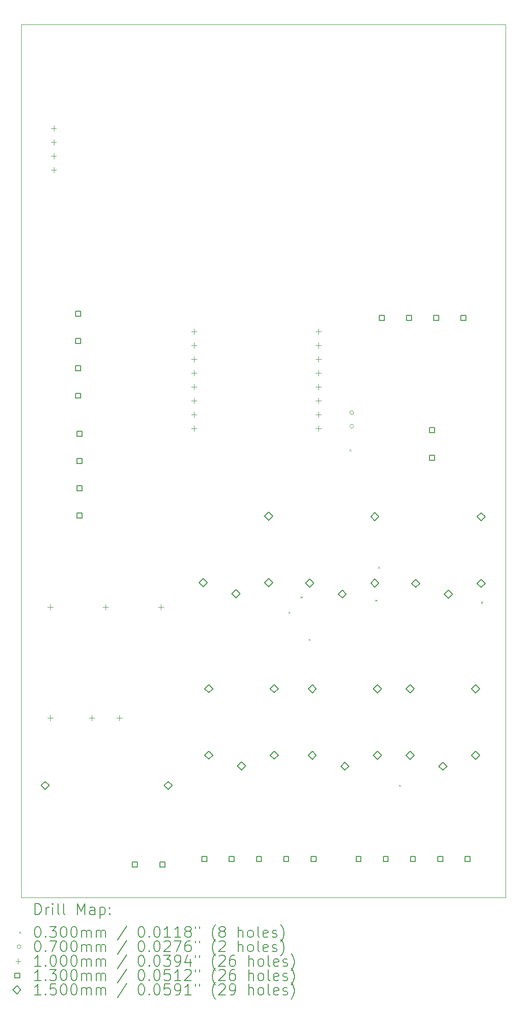
<source format=gbr>
%TF.GenerationSoftware,KiCad,Pcbnew,8.0.6*%
%TF.CreationDate,2024-11-25T21:28:08+01:00*%
%TF.ProjectId,PCB,5043422e-6b69-4636-9164-5f7063625858,rev?*%
%TF.SameCoordinates,Original*%
%TF.FileFunction,Drillmap*%
%TF.FilePolarity,Positive*%
%FSLAX45Y45*%
G04 Gerber Fmt 4.5, Leading zero omitted, Abs format (unit mm)*
G04 Created by KiCad (PCBNEW 8.0.6) date 2024-11-25 21:28:08*
%MOMM*%
%LPD*%
G01*
G04 APERTURE LIST*
%ADD10C,0.050000*%
%ADD11C,0.200000*%
%ADD12C,0.100000*%
%ADD13C,0.130000*%
%ADD14C,0.150000*%
G04 APERTURE END LIST*
D10*
X5950000Y-6140000D02*
X14850000Y-6140000D01*
X14850000Y-22150000D01*
X5950000Y-22150000D01*
X5950000Y-6140000D01*
D11*
D12*
X10860000Y-16910000D02*
X10890000Y-16940000D01*
X10890000Y-16910000D02*
X10860000Y-16940000D01*
X11085000Y-16630000D02*
X11115000Y-16660000D01*
X11115000Y-16630000D02*
X11085000Y-16660000D01*
X11235000Y-17410000D02*
X11265000Y-17440000D01*
X11265000Y-17410000D02*
X11235000Y-17440000D01*
X11985000Y-13935000D02*
X12015000Y-13965000D01*
X12015000Y-13935000D02*
X11985000Y-13965000D01*
X12455000Y-16690000D02*
X12485000Y-16720000D01*
X12485000Y-16690000D02*
X12455000Y-16720000D01*
X12510000Y-16085000D02*
X12540000Y-16115000D01*
X12540000Y-16085000D02*
X12510000Y-16115000D01*
X12895000Y-20085000D02*
X12925000Y-20115000D01*
X12925000Y-20085000D02*
X12895000Y-20115000D01*
X14400000Y-16730000D02*
X14430000Y-16760000D01*
X14430000Y-16730000D02*
X14400000Y-16760000D01*
X12060000Y-13261000D02*
G75*
G02*
X11990000Y-13261000I-35000J0D01*
G01*
X11990000Y-13261000D02*
G75*
G02*
X12060000Y-13261000I35000J0D01*
G01*
X12060000Y-13511000D02*
G75*
G02*
X11990000Y-13511000I-35000J0D01*
G01*
X11990000Y-13511000D02*
G75*
G02*
X12060000Y-13511000I35000J0D01*
G01*
X6484000Y-16775000D02*
X6484000Y-16875000D01*
X6434000Y-16825000D02*
X6534000Y-16825000D01*
X6484000Y-18807000D02*
X6484000Y-18907000D01*
X6434000Y-18857000D02*
X6534000Y-18857000D01*
X6550000Y-7996000D02*
X6550000Y-8096000D01*
X6500000Y-8046000D02*
X6600000Y-8046000D01*
X6550000Y-8250000D02*
X6550000Y-8350000D01*
X6500000Y-8300000D02*
X6600000Y-8300000D01*
X6550000Y-8504000D02*
X6550000Y-8604000D01*
X6500000Y-8554000D02*
X6600000Y-8554000D01*
X6550000Y-8758000D02*
X6550000Y-8858000D01*
X6500000Y-8808000D02*
X6600000Y-8808000D01*
X7246000Y-18807000D02*
X7246000Y-18907000D01*
X7196000Y-18857000D02*
X7296000Y-18857000D01*
X7500000Y-16775000D02*
X7500000Y-16875000D01*
X7450000Y-16825000D02*
X7550000Y-16825000D01*
X7754000Y-18807000D02*
X7754000Y-18907000D01*
X7704000Y-18857000D02*
X7804000Y-18857000D01*
X8516000Y-16775000D02*
X8516000Y-16875000D01*
X8466000Y-16825000D02*
X8566000Y-16825000D01*
X9129000Y-11721000D02*
X9129000Y-11821000D01*
X9079000Y-11771000D02*
X9179000Y-11771000D01*
X9129000Y-11975000D02*
X9129000Y-12075000D01*
X9079000Y-12025000D02*
X9179000Y-12025000D01*
X9129000Y-12229000D02*
X9129000Y-12329000D01*
X9079000Y-12279000D02*
X9179000Y-12279000D01*
X9129000Y-12483000D02*
X9129000Y-12583000D01*
X9079000Y-12533000D02*
X9179000Y-12533000D01*
X9129000Y-12737000D02*
X9129000Y-12837000D01*
X9079000Y-12787000D02*
X9179000Y-12787000D01*
X9129000Y-12991000D02*
X9129000Y-13091000D01*
X9079000Y-13041000D02*
X9179000Y-13041000D01*
X9129000Y-13245000D02*
X9129000Y-13345000D01*
X9079000Y-13295000D02*
X9179000Y-13295000D01*
X9129000Y-13499000D02*
X9129000Y-13599000D01*
X9079000Y-13549000D02*
X9179000Y-13549000D01*
X11415000Y-11721000D02*
X11415000Y-11821000D01*
X11365000Y-11771000D02*
X11465000Y-11771000D01*
X11415000Y-11975000D02*
X11415000Y-12075000D01*
X11365000Y-12025000D02*
X11465000Y-12025000D01*
X11415000Y-12229000D02*
X11415000Y-12329000D01*
X11365000Y-12279000D02*
X11465000Y-12279000D01*
X11415000Y-12483000D02*
X11415000Y-12583000D01*
X11365000Y-12533000D02*
X11465000Y-12533000D01*
X11415000Y-12737000D02*
X11415000Y-12837000D01*
X11365000Y-12787000D02*
X11465000Y-12787000D01*
X11415000Y-12991000D02*
X11415000Y-13091000D01*
X11365000Y-13041000D02*
X11465000Y-13041000D01*
X11415000Y-13245000D02*
X11415000Y-13345000D01*
X11365000Y-13295000D02*
X11465000Y-13295000D01*
X11415000Y-13499000D02*
X11415000Y-13599000D01*
X11365000Y-13549000D02*
X11465000Y-13549000D01*
D13*
X7045962Y-11495962D02*
X7045962Y-11404038D01*
X6954038Y-11404038D01*
X6954038Y-11495962D01*
X7045962Y-11495962D01*
X7045962Y-11995962D02*
X7045962Y-11904038D01*
X6954038Y-11904038D01*
X6954038Y-11995962D01*
X7045962Y-11995962D01*
X7045962Y-12495962D02*
X7045962Y-12404038D01*
X6954038Y-12404038D01*
X6954038Y-12495962D01*
X7045962Y-12495962D01*
X7045962Y-12995962D02*
X7045962Y-12904038D01*
X6954038Y-12904038D01*
X6954038Y-12995962D01*
X7045962Y-12995962D01*
X7070962Y-13695962D02*
X7070962Y-13604038D01*
X6979038Y-13604038D01*
X6979038Y-13695962D01*
X7070962Y-13695962D01*
X7070962Y-14195962D02*
X7070962Y-14104038D01*
X6979038Y-14104038D01*
X6979038Y-14195962D01*
X7070962Y-14195962D01*
X7070962Y-14695962D02*
X7070962Y-14604038D01*
X6979038Y-14604038D01*
X6979038Y-14695962D01*
X7070962Y-14695962D01*
X7070962Y-15195962D02*
X7070962Y-15104038D01*
X6979038Y-15104038D01*
X6979038Y-15195962D01*
X7070962Y-15195962D01*
X8087962Y-21595962D02*
X8087962Y-21504038D01*
X7996038Y-21504038D01*
X7996038Y-21595962D01*
X8087962Y-21595962D01*
X8595962Y-21595962D02*
X8595962Y-21504038D01*
X8504038Y-21504038D01*
X8504038Y-21595962D01*
X8595962Y-21595962D01*
X9367462Y-21495962D02*
X9367462Y-21404038D01*
X9275538Y-21404038D01*
X9275538Y-21495962D01*
X9367462Y-21495962D01*
X9867462Y-21495962D02*
X9867462Y-21404038D01*
X9775538Y-21404038D01*
X9775538Y-21495962D01*
X9867462Y-21495962D01*
X10367462Y-21495962D02*
X10367462Y-21404038D01*
X10275538Y-21404038D01*
X10275538Y-21495962D01*
X10367462Y-21495962D01*
X10867462Y-21495962D02*
X10867462Y-21404038D01*
X10775538Y-21404038D01*
X10775538Y-21495962D01*
X10867462Y-21495962D01*
X11367462Y-21495962D02*
X11367462Y-21404038D01*
X11275538Y-21404038D01*
X11275538Y-21495962D01*
X11367462Y-21495962D01*
X12195962Y-21495962D02*
X12195962Y-21404038D01*
X12104038Y-21404038D01*
X12104038Y-21495962D01*
X12195962Y-21495962D01*
X12620962Y-11570962D02*
X12620962Y-11479038D01*
X12529038Y-11479038D01*
X12529038Y-11570962D01*
X12620962Y-11570962D01*
X12695962Y-21495962D02*
X12695962Y-21404038D01*
X12604038Y-21404038D01*
X12604038Y-21495962D01*
X12695962Y-21495962D01*
X13120962Y-11570962D02*
X13120962Y-11479038D01*
X13029038Y-11479038D01*
X13029038Y-11570962D01*
X13120962Y-11570962D01*
X13195962Y-21495962D02*
X13195962Y-21404038D01*
X13104038Y-21404038D01*
X13104038Y-21495962D01*
X13195962Y-21495962D01*
X13545962Y-13627462D02*
X13545962Y-13535538D01*
X13454038Y-13535538D01*
X13454038Y-13627462D01*
X13545962Y-13627462D01*
X13545962Y-14135462D02*
X13545962Y-14043538D01*
X13454038Y-14043538D01*
X13454038Y-14135462D01*
X13545962Y-14135462D01*
X13620962Y-11570962D02*
X13620962Y-11479038D01*
X13529038Y-11479038D01*
X13529038Y-11570962D01*
X13620962Y-11570962D01*
X13695962Y-21495962D02*
X13695962Y-21404038D01*
X13604038Y-21404038D01*
X13604038Y-21495962D01*
X13695962Y-21495962D01*
X14120962Y-11570962D02*
X14120962Y-11479038D01*
X14029038Y-11479038D01*
X14029038Y-11570962D01*
X14120962Y-11570962D01*
X14195962Y-21495962D02*
X14195962Y-21404038D01*
X14104038Y-21404038D01*
X14104038Y-21495962D01*
X14195962Y-21495962D01*
D14*
X6395000Y-20175000D02*
X6470000Y-20100000D01*
X6395000Y-20025000D01*
X6320000Y-20100000D01*
X6395000Y-20175000D01*
X8655000Y-20175000D02*
X8730000Y-20100000D01*
X8655000Y-20025000D01*
X8580000Y-20100000D01*
X8655000Y-20175000D01*
X9300000Y-16455000D02*
X9375000Y-16380000D01*
X9300000Y-16305000D01*
X9225000Y-16380000D01*
X9300000Y-16455000D01*
X9400000Y-18397500D02*
X9475000Y-18322500D01*
X9400000Y-18247500D01*
X9325000Y-18322500D01*
X9400000Y-18397500D01*
X9400000Y-19617500D02*
X9475000Y-19542500D01*
X9400000Y-19467500D01*
X9325000Y-19542500D01*
X9400000Y-19617500D01*
X9900000Y-16655000D02*
X9975000Y-16580000D01*
X9900000Y-16505000D01*
X9825000Y-16580000D01*
X9900000Y-16655000D01*
X10000000Y-19817500D02*
X10075000Y-19742500D01*
X10000000Y-19667500D01*
X9925000Y-19742500D01*
X10000000Y-19817500D01*
X10500000Y-15235000D02*
X10575000Y-15160000D01*
X10500000Y-15085000D01*
X10425000Y-15160000D01*
X10500000Y-15235000D01*
X10500000Y-16455000D02*
X10575000Y-16380000D01*
X10500000Y-16305000D01*
X10425000Y-16380000D01*
X10500000Y-16455000D01*
X10600000Y-18397500D02*
X10675000Y-18322500D01*
X10600000Y-18247500D01*
X10525000Y-18322500D01*
X10600000Y-18397500D01*
X10600000Y-19617500D02*
X10675000Y-19542500D01*
X10600000Y-19467500D01*
X10525000Y-19542500D01*
X10600000Y-19617500D01*
X11250000Y-16462500D02*
X11325000Y-16387500D01*
X11250000Y-16312500D01*
X11175000Y-16387500D01*
X11250000Y-16462500D01*
X11300000Y-18400000D02*
X11375000Y-18325000D01*
X11300000Y-18250000D01*
X11225000Y-18325000D01*
X11300000Y-18400000D01*
X11300000Y-19620000D02*
X11375000Y-19545000D01*
X11300000Y-19470000D01*
X11225000Y-19545000D01*
X11300000Y-19620000D01*
X11850000Y-16662500D02*
X11925000Y-16587500D01*
X11850000Y-16512500D01*
X11775000Y-16587500D01*
X11850000Y-16662500D01*
X11900000Y-19820000D02*
X11975000Y-19745000D01*
X11900000Y-19670000D01*
X11825000Y-19745000D01*
X11900000Y-19820000D01*
X12450000Y-15242500D02*
X12525000Y-15167500D01*
X12450000Y-15092500D01*
X12375000Y-15167500D01*
X12450000Y-15242500D01*
X12450000Y-16462500D02*
X12525000Y-16387500D01*
X12450000Y-16312500D01*
X12375000Y-16387500D01*
X12450000Y-16462500D01*
X12500000Y-18400000D02*
X12575000Y-18325000D01*
X12500000Y-18250000D01*
X12425000Y-18325000D01*
X12500000Y-18400000D01*
X12500000Y-19620000D02*
X12575000Y-19545000D01*
X12500000Y-19470000D01*
X12425000Y-19545000D01*
X12500000Y-19620000D01*
X13100000Y-18400000D02*
X13175000Y-18325000D01*
X13100000Y-18250000D01*
X13025000Y-18325000D01*
X13100000Y-18400000D01*
X13100000Y-19620000D02*
X13175000Y-19545000D01*
X13100000Y-19470000D01*
X13025000Y-19545000D01*
X13100000Y-19620000D01*
X13200000Y-16467500D02*
X13275000Y-16392500D01*
X13200000Y-16317500D01*
X13125000Y-16392500D01*
X13200000Y-16467500D01*
X13700000Y-19820000D02*
X13775000Y-19745000D01*
X13700000Y-19670000D01*
X13625000Y-19745000D01*
X13700000Y-19820000D01*
X13800000Y-16667500D02*
X13875000Y-16592500D01*
X13800000Y-16517500D01*
X13725000Y-16592500D01*
X13800000Y-16667500D01*
X14300000Y-18400000D02*
X14375000Y-18325000D01*
X14300000Y-18250000D01*
X14225000Y-18325000D01*
X14300000Y-18400000D01*
X14300000Y-19620000D02*
X14375000Y-19545000D01*
X14300000Y-19470000D01*
X14225000Y-19545000D01*
X14300000Y-19620000D01*
X14400000Y-15247500D02*
X14475000Y-15172500D01*
X14400000Y-15097500D01*
X14325000Y-15172500D01*
X14400000Y-15247500D01*
X14400000Y-16467500D02*
X14475000Y-16392500D01*
X14400000Y-16317500D01*
X14325000Y-16392500D01*
X14400000Y-16467500D01*
D11*
X6208277Y-22463984D02*
X6208277Y-22263984D01*
X6208277Y-22263984D02*
X6255896Y-22263984D01*
X6255896Y-22263984D02*
X6284467Y-22273508D01*
X6284467Y-22273508D02*
X6303515Y-22292555D01*
X6303515Y-22292555D02*
X6313039Y-22311603D01*
X6313039Y-22311603D02*
X6322562Y-22349698D01*
X6322562Y-22349698D02*
X6322562Y-22378269D01*
X6322562Y-22378269D02*
X6313039Y-22416365D01*
X6313039Y-22416365D02*
X6303515Y-22435412D01*
X6303515Y-22435412D02*
X6284467Y-22454460D01*
X6284467Y-22454460D02*
X6255896Y-22463984D01*
X6255896Y-22463984D02*
X6208277Y-22463984D01*
X6408277Y-22463984D02*
X6408277Y-22330650D01*
X6408277Y-22368746D02*
X6417801Y-22349698D01*
X6417801Y-22349698D02*
X6427324Y-22340174D01*
X6427324Y-22340174D02*
X6446372Y-22330650D01*
X6446372Y-22330650D02*
X6465420Y-22330650D01*
X6532086Y-22463984D02*
X6532086Y-22330650D01*
X6532086Y-22263984D02*
X6522562Y-22273508D01*
X6522562Y-22273508D02*
X6532086Y-22283031D01*
X6532086Y-22283031D02*
X6541610Y-22273508D01*
X6541610Y-22273508D02*
X6532086Y-22263984D01*
X6532086Y-22263984D02*
X6532086Y-22283031D01*
X6655896Y-22463984D02*
X6636848Y-22454460D01*
X6636848Y-22454460D02*
X6627324Y-22435412D01*
X6627324Y-22435412D02*
X6627324Y-22263984D01*
X6760658Y-22463984D02*
X6741610Y-22454460D01*
X6741610Y-22454460D02*
X6732086Y-22435412D01*
X6732086Y-22435412D02*
X6732086Y-22263984D01*
X6989229Y-22463984D02*
X6989229Y-22263984D01*
X6989229Y-22263984D02*
X7055896Y-22406841D01*
X7055896Y-22406841D02*
X7122562Y-22263984D01*
X7122562Y-22263984D02*
X7122562Y-22463984D01*
X7303515Y-22463984D02*
X7303515Y-22359222D01*
X7303515Y-22359222D02*
X7293991Y-22340174D01*
X7293991Y-22340174D02*
X7274943Y-22330650D01*
X7274943Y-22330650D02*
X7236848Y-22330650D01*
X7236848Y-22330650D02*
X7217801Y-22340174D01*
X7303515Y-22454460D02*
X7284467Y-22463984D01*
X7284467Y-22463984D02*
X7236848Y-22463984D01*
X7236848Y-22463984D02*
X7217801Y-22454460D01*
X7217801Y-22454460D02*
X7208277Y-22435412D01*
X7208277Y-22435412D02*
X7208277Y-22416365D01*
X7208277Y-22416365D02*
X7217801Y-22397317D01*
X7217801Y-22397317D02*
X7236848Y-22387793D01*
X7236848Y-22387793D02*
X7284467Y-22387793D01*
X7284467Y-22387793D02*
X7303515Y-22378269D01*
X7398753Y-22330650D02*
X7398753Y-22530650D01*
X7398753Y-22340174D02*
X7417801Y-22330650D01*
X7417801Y-22330650D02*
X7455896Y-22330650D01*
X7455896Y-22330650D02*
X7474943Y-22340174D01*
X7474943Y-22340174D02*
X7484467Y-22349698D01*
X7484467Y-22349698D02*
X7493991Y-22368746D01*
X7493991Y-22368746D02*
X7493991Y-22425888D01*
X7493991Y-22425888D02*
X7484467Y-22444936D01*
X7484467Y-22444936D02*
X7474943Y-22454460D01*
X7474943Y-22454460D02*
X7455896Y-22463984D01*
X7455896Y-22463984D02*
X7417801Y-22463984D01*
X7417801Y-22463984D02*
X7398753Y-22454460D01*
X7579705Y-22444936D02*
X7589229Y-22454460D01*
X7589229Y-22454460D02*
X7579705Y-22463984D01*
X7579705Y-22463984D02*
X7570182Y-22454460D01*
X7570182Y-22454460D02*
X7579705Y-22444936D01*
X7579705Y-22444936D02*
X7579705Y-22463984D01*
X7579705Y-22340174D02*
X7589229Y-22349698D01*
X7589229Y-22349698D02*
X7579705Y-22359222D01*
X7579705Y-22359222D02*
X7570182Y-22349698D01*
X7570182Y-22349698D02*
X7579705Y-22340174D01*
X7579705Y-22340174D02*
X7579705Y-22359222D01*
D12*
X5917500Y-22777500D02*
X5947500Y-22807500D01*
X5947500Y-22777500D02*
X5917500Y-22807500D01*
D11*
X6246372Y-22683984D02*
X6265420Y-22683984D01*
X6265420Y-22683984D02*
X6284467Y-22693508D01*
X6284467Y-22693508D02*
X6293991Y-22703031D01*
X6293991Y-22703031D02*
X6303515Y-22722079D01*
X6303515Y-22722079D02*
X6313039Y-22760174D01*
X6313039Y-22760174D02*
X6313039Y-22807793D01*
X6313039Y-22807793D02*
X6303515Y-22845888D01*
X6303515Y-22845888D02*
X6293991Y-22864936D01*
X6293991Y-22864936D02*
X6284467Y-22874460D01*
X6284467Y-22874460D02*
X6265420Y-22883984D01*
X6265420Y-22883984D02*
X6246372Y-22883984D01*
X6246372Y-22883984D02*
X6227324Y-22874460D01*
X6227324Y-22874460D02*
X6217801Y-22864936D01*
X6217801Y-22864936D02*
X6208277Y-22845888D01*
X6208277Y-22845888D02*
X6198753Y-22807793D01*
X6198753Y-22807793D02*
X6198753Y-22760174D01*
X6198753Y-22760174D02*
X6208277Y-22722079D01*
X6208277Y-22722079D02*
X6217801Y-22703031D01*
X6217801Y-22703031D02*
X6227324Y-22693508D01*
X6227324Y-22693508D02*
X6246372Y-22683984D01*
X6398753Y-22864936D02*
X6408277Y-22874460D01*
X6408277Y-22874460D02*
X6398753Y-22883984D01*
X6398753Y-22883984D02*
X6389229Y-22874460D01*
X6389229Y-22874460D02*
X6398753Y-22864936D01*
X6398753Y-22864936D02*
X6398753Y-22883984D01*
X6474943Y-22683984D02*
X6598753Y-22683984D01*
X6598753Y-22683984D02*
X6532086Y-22760174D01*
X6532086Y-22760174D02*
X6560658Y-22760174D01*
X6560658Y-22760174D02*
X6579705Y-22769698D01*
X6579705Y-22769698D02*
X6589229Y-22779222D01*
X6589229Y-22779222D02*
X6598753Y-22798269D01*
X6598753Y-22798269D02*
X6598753Y-22845888D01*
X6598753Y-22845888D02*
X6589229Y-22864936D01*
X6589229Y-22864936D02*
X6579705Y-22874460D01*
X6579705Y-22874460D02*
X6560658Y-22883984D01*
X6560658Y-22883984D02*
X6503515Y-22883984D01*
X6503515Y-22883984D02*
X6484467Y-22874460D01*
X6484467Y-22874460D02*
X6474943Y-22864936D01*
X6722562Y-22683984D02*
X6741610Y-22683984D01*
X6741610Y-22683984D02*
X6760658Y-22693508D01*
X6760658Y-22693508D02*
X6770182Y-22703031D01*
X6770182Y-22703031D02*
X6779705Y-22722079D01*
X6779705Y-22722079D02*
X6789229Y-22760174D01*
X6789229Y-22760174D02*
X6789229Y-22807793D01*
X6789229Y-22807793D02*
X6779705Y-22845888D01*
X6779705Y-22845888D02*
X6770182Y-22864936D01*
X6770182Y-22864936D02*
X6760658Y-22874460D01*
X6760658Y-22874460D02*
X6741610Y-22883984D01*
X6741610Y-22883984D02*
X6722562Y-22883984D01*
X6722562Y-22883984D02*
X6703515Y-22874460D01*
X6703515Y-22874460D02*
X6693991Y-22864936D01*
X6693991Y-22864936D02*
X6684467Y-22845888D01*
X6684467Y-22845888D02*
X6674943Y-22807793D01*
X6674943Y-22807793D02*
X6674943Y-22760174D01*
X6674943Y-22760174D02*
X6684467Y-22722079D01*
X6684467Y-22722079D02*
X6693991Y-22703031D01*
X6693991Y-22703031D02*
X6703515Y-22693508D01*
X6703515Y-22693508D02*
X6722562Y-22683984D01*
X6913039Y-22683984D02*
X6932086Y-22683984D01*
X6932086Y-22683984D02*
X6951134Y-22693508D01*
X6951134Y-22693508D02*
X6960658Y-22703031D01*
X6960658Y-22703031D02*
X6970182Y-22722079D01*
X6970182Y-22722079D02*
X6979705Y-22760174D01*
X6979705Y-22760174D02*
X6979705Y-22807793D01*
X6979705Y-22807793D02*
X6970182Y-22845888D01*
X6970182Y-22845888D02*
X6960658Y-22864936D01*
X6960658Y-22864936D02*
X6951134Y-22874460D01*
X6951134Y-22874460D02*
X6932086Y-22883984D01*
X6932086Y-22883984D02*
X6913039Y-22883984D01*
X6913039Y-22883984D02*
X6893991Y-22874460D01*
X6893991Y-22874460D02*
X6884467Y-22864936D01*
X6884467Y-22864936D02*
X6874943Y-22845888D01*
X6874943Y-22845888D02*
X6865420Y-22807793D01*
X6865420Y-22807793D02*
X6865420Y-22760174D01*
X6865420Y-22760174D02*
X6874943Y-22722079D01*
X6874943Y-22722079D02*
X6884467Y-22703031D01*
X6884467Y-22703031D02*
X6893991Y-22693508D01*
X6893991Y-22693508D02*
X6913039Y-22683984D01*
X7065420Y-22883984D02*
X7065420Y-22750650D01*
X7065420Y-22769698D02*
X7074943Y-22760174D01*
X7074943Y-22760174D02*
X7093991Y-22750650D01*
X7093991Y-22750650D02*
X7122563Y-22750650D01*
X7122563Y-22750650D02*
X7141610Y-22760174D01*
X7141610Y-22760174D02*
X7151134Y-22779222D01*
X7151134Y-22779222D02*
X7151134Y-22883984D01*
X7151134Y-22779222D02*
X7160658Y-22760174D01*
X7160658Y-22760174D02*
X7179705Y-22750650D01*
X7179705Y-22750650D02*
X7208277Y-22750650D01*
X7208277Y-22750650D02*
X7227324Y-22760174D01*
X7227324Y-22760174D02*
X7236848Y-22779222D01*
X7236848Y-22779222D02*
X7236848Y-22883984D01*
X7332086Y-22883984D02*
X7332086Y-22750650D01*
X7332086Y-22769698D02*
X7341610Y-22760174D01*
X7341610Y-22760174D02*
X7360658Y-22750650D01*
X7360658Y-22750650D02*
X7389229Y-22750650D01*
X7389229Y-22750650D02*
X7408277Y-22760174D01*
X7408277Y-22760174D02*
X7417801Y-22779222D01*
X7417801Y-22779222D02*
X7417801Y-22883984D01*
X7417801Y-22779222D02*
X7427324Y-22760174D01*
X7427324Y-22760174D02*
X7446372Y-22750650D01*
X7446372Y-22750650D02*
X7474943Y-22750650D01*
X7474943Y-22750650D02*
X7493991Y-22760174D01*
X7493991Y-22760174D02*
X7503515Y-22779222D01*
X7503515Y-22779222D02*
X7503515Y-22883984D01*
X7893991Y-22674460D02*
X7722563Y-22931603D01*
X8151134Y-22683984D02*
X8170182Y-22683984D01*
X8170182Y-22683984D02*
X8189229Y-22693508D01*
X8189229Y-22693508D02*
X8198753Y-22703031D01*
X8198753Y-22703031D02*
X8208277Y-22722079D01*
X8208277Y-22722079D02*
X8217801Y-22760174D01*
X8217801Y-22760174D02*
X8217801Y-22807793D01*
X8217801Y-22807793D02*
X8208277Y-22845888D01*
X8208277Y-22845888D02*
X8198753Y-22864936D01*
X8198753Y-22864936D02*
X8189229Y-22874460D01*
X8189229Y-22874460D02*
X8170182Y-22883984D01*
X8170182Y-22883984D02*
X8151134Y-22883984D01*
X8151134Y-22883984D02*
X8132086Y-22874460D01*
X8132086Y-22874460D02*
X8122563Y-22864936D01*
X8122563Y-22864936D02*
X8113039Y-22845888D01*
X8113039Y-22845888D02*
X8103515Y-22807793D01*
X8103515Y-22807793D02*
X8103515Y-22760174D01*
X8103515Y-22760174D02*
X8113039Y-22722079D01*
X8113039Y-22722079D02*
X8122563Y-22703031D01*
X8122563Y-22703031D02*
X8132086Y-22693508D01*
X8132086Y-22693508D02*
X8151134Y-22683984D01*
X8303515Y-22864936D02*
X8313039Y-22874460D01*
X8313039Y-22874460D02*
X8303515Y-22883984D01*
X8303515Y-22883984D02*
X8293991Y-22874460D01*
X8293991Y-22874460D02*
X8303515Y-22864936D01*
X8303515Y-22864936D02*
X8303515Y-22883984D01*
X8436848Y-22683984D02*
X8455896Y-22683984D01*
X8455896Y-22683984D02*
X8474944Y-22693508D01*
X8474944Y-22693508D02*
X8484468Y-22703031D01*
X8484468Y-22703031D02*
X8493991Y-22722079D01*
X8493991Y-22722079D02*
X8503515Y-22760174D01*
X8503515Y-22760174D02*
X8503515Y-22807793D01*
X8503515Y-22807793D02*
X8493991Y-22845888D01*
X8493991Y-22845888D02*
X8484468Y-22864936D01*
X8484468Y-22864936D02*
X8474944Y-22874460D01*
X8474944Y-22874460D02*
X8455896Y-22883984D01*
X8455896Y-22883984D02*
X8436848Y-22883984D01*
X8436848Y-22883984D02*
X8417801Y-22874460D01*
X8417801Y-22874460D02*
X8408277Y-22864936D01*
X8408277Y-22864936D02*
X8398753Y-22845888D01*
X8398753Y-22845888D02*
X8389229Y-22807793D01*
X8389229Y-22807793D02*
X8389229Y-22760174D01*
X8389229Y-22760174D02*
X8398753Y-22722079D01*
X8398753Y-22722079D02*
X8408277Y-22703031D01*
X8408277Y-22703031D02*
X8417801Y-22693508D01*
X8417801Y-22693508D02*
X8436848Y-22683984D01*
X8693991Y-22883984D02*
X8579706Y-22883984D01*
X8636848Y-22883984D02*
X8636848Y-22683984D01*
X8636848Y-22683984D02*
X8617801Y-22712555D01*
X8617801Y-22712555D02*
X8598753Y-22731603D01*
X8598753Y-22731603D02*
X8579706Y-22741127D01*
X8884468Y-22883984D02*
X8770182Y-22883984D01*
X8827325Y-22883984D02*
X8827325Y-22683984D01*
X8827325Y-22683984D02*
X8808277Y-22712555D01*
X8808277Y-22712555D02*
X8789229Y-22731603D01*
X8789229Y-22731603D02*
X8770182Y-22741127D01*
X8998753Y-22769698D02*
X8979706Y-22760174D01*
X8979706Y-22760174D02*
X8970182Y-22750650D01*
X8970182Y-22750650D02*
X8960658Y-22731603D01*
X8960658Y-22731603D02*
X8960658Y-22722079D01*
X8960658Y-22722079D02*
X8970182Y-22703031D01*
X8970182Y-22703031D02*
X8979706Y-22693508D01*
X8979706Y-22693508D02*
X8998753Y-22683984D01*
X8998753Y-22683984D02*
X9036849Y-22683984D01*
X9036849Y-22683984D02*
X9055896Y-22693508D01*
X9055896Y-22693508D02*
X9065420Y-22703031D01*
X9065420Y-22703031D02*
X9074944Y-22722079D01*
X9074944Y-22722079D02*
X9074944Y-22731603D01*
X9074944Y-22731603D02*
X9065420Y-22750650D01*
X9065420Y-22750650D02*
X9055896Y-22760174D01*
X9055896Y-22760174D02*
X9036849Y-22769698D01*
X9036849Y-22769698D02*
X8998753Y-22769698D01*
X8998753Y-22769698D02*
X8979706Y-22779222D01*
X8979706Y-22779222D02*
X8970182Y-22788746D01*
X8970182Y-22788746D02*
X8960658Y-22807793D01*
X8960658Y-22807793D02*
X8960658Y-22845888D01*
X8960658Y-22845888D02*
X8970182Y-22864936D01*
X8970182Y-22864936D02*
X8979706Y-22874460D01*
X8979706Y-22874460D02*
X8998753Y-22883984D01*
X8998753Y-22883984D02*
X9036849Y-22883984D01*
X9036849Y-22883984D02*
X9055896Y-22874460D01*
X9055896Y-22874460D02*
X9065420Y-22864936D01*
X9065420Y-22864936D02*
X9074944Y-22845888D01*
X9074944Y-22845888D02*
X9074944Y-22807793D01*
X9074944Y-22807793D02*
X9065420Y-22788746D01*
X9065420Y-22788746D02*
X9055896Y-22779222D01*
X9055896Y-22779222D02*
X9036849Y-22769698D01*
X9151134Y-22683984D02*
X9151134Y-22722079D01*
X9227325Y-22683984D02*
X9227325Y-22722079D01*
X9522563Y-22960174D02*
X9513039Y-22950650D01*
X9513039Y-22950650D02*
X9493991Y-22922079D01*
X9493991Y-22922079D02*
X9484468Y-22903031D01*
X9484468Y-22903031D02*
X9474944Y-22874460D01*
X9474944Y-22874460D02*
X9465420Y-22826841D01*
X9465420Y-22826841D02*
X9465420Y-22788746D01*
X9465420Y-22788746D02*
X9474944Y-22741127D01*
X9474944Y-22741127D02*
X9484468Y-22712555D01*
X9484468Y-22712555D02*
X9493991Y-22693508D01*
X9493991Y-22693508D02*
X9513039Y-22664936D01*
X9513039Y-22664936D02*
X9522563Y-22655412D01*
X9627325Y-22769698D02*
X9608277Y-22760174D01*
X9608277Y-22760174D02*
X9598753Y-22750650D01*
X9598753Y-22750650D02*
X9589230Y-22731603D01*
X9589230Y-22731603D02*
X9589230Y-22722079D01*
X9589230Y-22722079D02*
X9598753Y-22703031D01*
X9598753Y-22703031D02*
X9608277Y-22693508D01*
X9608277Y-22693508D02*
X9627325Y-22683984D01*
X9627325Y-22683984D02*
X9665420Y-22683984D01*
X9665420Y-22683984D02*
X9684468Y-22693508D01*
X9684468Y-22693508D02*
X9693991Y-22703031D01*
X9693991Y-22703031D02*
X9703515Y-22722079D01*
X9703515Y-22722079D02*
X9703515Y-22731603D01*
X9703515Y-22731603D02*
X9693991Y-22750650D01*
X9693991Y-22750650D02*
X9684468Y-22760174D01*
X9684468Y-22760174D02*
X9665420Y-22769698D01*
X9665420Y-22769698D02*
X9627325Y-22769698D01*
X9627325Y-22769698D02*
X9608277Y-22779222D01*
X9608277Y-22779222D02*
X9598753Y-22788746D01*
X9598753Y-22788746D02*
X9589230Y-22807793D01*
X9589230Y-22807793D02*
X9589230Y-22845888D01*
X9589230Y-22845888D02*
X9598753Y-22864936D01*
X9598753Y-22864936D02*
X9608277Y-22874460D01*
X9608277Y-22874460D02*
X9627325Y-22883984D01*
X9627325Y-22883984D02*
X9665420Y-22883984D01*
X9665420Y-22883984D02*
X9684468Y-22874460D01*
X9684468Y-22874460D02*
X9693991Y-22864936D01*
X9693991Y-22864936D02*
X9703515Y-22845888D01*
X9703515Y-22845888D02*
X9703515Y-22807793D01*
X9703515Y-22807793D02*
X9693991Y-22788746D01*
X9693991Y-22788746D02*
X9684468Y-22779222D01*
X9684468Y-22779222D02*
X9665420Y-22769698D01*
X9941611Y-22883984D02*
X9941611Y-22683984D01*
X10027325Y-22883984D02*
X10027325Y-22779222D01*
X10027325Y-22779222D02*
X10017801Y-22760174D01*
X10017801Y-22760174D02*
X9998753Y-22750650D01*
X9998753Y-22750650D02*
X9970182Y-22750650D01*
X9970182Y-22750650D02*
X9951134Y-22760174D01*
X9951134Y-22760174D02*
X9941611Y-22769698D01*
X10151134Y-22883984D02*
X10132087Y-22874460D01*
X10132087Y-22874460D02*
X10122563Y-22864936D01*
X10122563Y-22864936D02*
X10113039Y-22845888D01*
X10113039Y-22845888D02*
X10113039Y-22788746D01*
X10113039Y-22788746D02*
X10122563Y-22769698D01*
X10122563Y-22769698D02*
X10132087Y-22760174D01*
X10132087Y-22760174D02*
X10151134Y-22750650D01*
X10151134Y-22750650D02*
X10179706Y-22750650D01*
X10179706Y-22750650D02*
X10198753Y-22760174D01*
X10198753Y-22760174D02*
X10208277Y-22769698D01*
X10208277Y-22769698D02*
X10217801Y-22788746D01*
X10217801Y-22788746D02*
X10217801Y-22845888D01*
X10217801Y-22845888D02*
X10208277Y-22864936D01*
X10208277Y-22864936D02*
X10198753Y-22874460D01*
X10198753Y-22874460D02*
X10179706Y-22883984D01*
X10179706Y-22883984D02*
X10151134Y-22883984D01*
X10332087Y-22883984D02*
X10313039Y-22874460D01*
X10313039Y-22874460D02*
X10303515Y-22855412D01*
X10303515Y-22855412D02*
X10303515Y-22683984D01*
X10484468Y-22874460D02*
X10465420Y-22883984D01*
X10465420Y-22883984D02*
X10427325Y-22883984D01*
X10427325Y-22883984D02*
X10408277Y-22874460D01*
X10408277Y-22874460D02*
X10398753Y-22855412D01*
X10398753Y-22855412D02*
X10398753Y-22779222D01*
X10398753Y-22779222D02*
X10408277Y-22760174D01*
X10408277Y-22760174D02*
X10427325Y-22750650D01*
X10427325Y-22750650D02*
X10465420Y-22750650D01*
X10465420Y-22750650D02*
X10484468Y-22760174D01*
X10484468Y-22760174D02*
X10493992Y-22779222D01*
X10493992Y-22779222D02*
X10493992Y-22798269D01*
X10493992Y-22798269D02*
X10398753Y-22817317D01*
X10570182Y-22874460D02*
X10589230Y-22883984D01*
X10589230Y-22883984D02*
X10627325Y-22883984D01*
X10627325Y-22883984D02*
X10646373Y-22874460D01*
X10646373Y-22874460D02*
X10655896Y-22855412D01*
X10655896Y-22855412D02*
X10655896Y-22845888D01*
X10655896Y-22845888D02*
X10646373Y-22826841D01*
X10646373Y-22826841D02*
X10627325Y-22817317D01*
X10627325Y-22817317D02*
X10598753Y-22817317D01*
X10598753Y-22817317D02*
X10579706Y-22807793D01*
X10579706Y-22807793D02*
X10570182Y-22788746D01*
X10570182Y-22788746D02*
X10570182Y-22779222D01*
X10570182Y-22779222D02*
X10579706Y-22760174D01*
X10579706Y-22760174D02*
X10598753Y-22750650D01*
X10598753Y-22750650D02*
X10627325Y-22750650D01*
X10627325Y-22750650D02*
X10646373Y-22760174D01*
X10722563Y-22960174D02*
X10732087Y-22950650D01*
X10732087Y-22950650D02*
X10751134Y-22922079D01*
X10751134Y-22922079D02*
X10760658Y-22903031D01*
X10760658Y-22903031D02*
X10770182Y-22874460D01*
X10770182Y-22874460D02*
X10779706Y-22826841D01*
X10779706Y-22826841D02*
X10779706Y-22788746D01*
X10779706Y-22788746D02*
X10770182Y-22741127D01*
X10770182Y-22741127D02*
X10760658Y-22712555D01*
X10760658Y-22712555D02*
X10751134Y-22693508D01*
X10751134Y-22693508D02*
X10732087Y-22664936D01*
X10732087Y-22664936D02*
X10722563Y-22655412D01*
D12*
X5947500Y-23056500D02*
G75*
G02*
X5877500Y-23056500I-35000J0D01*
G01*
X5877500Y-23056500D02*
G75*
G02*
X5947500Y-23056500I35000J0D01*
G01*
D11*
X6246372Y-22947984D02*
X6265420Y-22947984D01*
X6265420Y-22947984D02*
X6284467Y-22957508D01*
X6284467Y-22957508D02*
X6293991Y-22967031D01*
X6293991Y-22967031D02*
X6303515Y-22986079D01*
X6303515Y-22986079D02*
X6313039Y-23024174D01*
X6313039Y-23024174D02*
X6313039Y-23071793D01*
X6313039Y-23071793D02*
X6303515Y-23109888D01*
X6303515Y-23109888D02*
X6293991Y-23128936D01*
X6293991Y-23128936D02*
X6284467Y-23138460D01*
X6284467Y-23138460D02*
X6265420Y-23147984D01*
X6265420Y-23147984D02*
X6246372Y-23147984D01*
X6246372Y-23147984D02*
X6227324Y-23138460D01*
X6227324Y-23138460D02*
X6217801Y-23128936D01*
X6217801Y-23128936D02*
X6208277Y-23109888D01*
X6208277Y-23109888D02*
X6198753Y-23071793D01*
X6198753Y-23071793D02*
X6198753Y-23024174D01*
X6198753Y-23024174D02*
X6208277Y-22986079D01*
X6208277Y-22986079D02*
X6217801Y-22967031D01*
X6217801Y-22967031D02*
X6227324Y-22957508D01*
X6227324Y-22957508D02*
X6246372Y-22947984D01*
X6398753Y-23128936D02*
X6408277Y-23138460D01*
X6408277Y-23138460D02*
X6398753Y-23147984D01*
X6398753Y-23147984D02*
X6389229Y-23138460D01*
X6389229Y-23138460D02*
X6398753Y-23128936D01*
X6398753Y-23128936D02*
X6398753Y-23147984D01*
X6474943Y-22947984D02*
X6608277Y-22947984D01*
X6608277Y-22947984D02*
X6522562Y-23147984D01*
X6722562Y-22947984D02*
X6741610Y-22947984D01*
X6741610Y-22947984D02*
X6760658Y-22957508D01*
X6760658Y-22957508D02*
X6770182Y-22967031D01*
X6770182Y-22967031D02*
X6779705Y-22986079D01*
X6779705Y-22986079D02*
X6789229Y-23024174D01*
X6789229Y-23024174D02*
X6789229Y-23071793D01*
X6789229Y-23071793D02*
X6779705Y-23109888D01*
X6779705Y-23109888D02*
X6770182Y-23128936D01*
X6770182Y-23128936D02*
X6760658Y-23138460D01*
X6760658Y-23138460D02*
X6741610Y-23147984D01*
X6741610Y-23147984D02*
X6722562Y-23147984D01*
X6722562Y-23147984D02*
X6703515Y-23138460D01*
X6703515Y-23138460D02*
X6693991Y-23128936D01*
X6693991Y-23128936D02*
X6684467Y-23109888D01*
X6684467Y-23109888D02*
X6674943Y-23071793D01*
X6674943Y-23071793D02*
X6674943Y-23024174D01*
X6674943Y-23024174D02*
X6684467Y-22986079D01*
X6684467Y-22986079D02*
X6693991Y-22967031D01*
X6693991Y-22967031D02*
X6703515Y-22957508D01*
X6703515Y-22957508D02*
X6722562Y-22947984D01*
X6913039Y-22947984D02*
X6932086Y-22947984D01*
X6932086Y-22947984D02*
X6951134Y-22957508D01*
X6951134Y-22957508D02*
X6960658Y-22967031D01*
X6960658Y-22967031D02*
X6970182Y-22986079D01*
X6970182Y-22986079D02*
X6979705Y-23024174D01*
X6979705Y-23024174D02*
X6979705Y-23071793D01*
X6979705Y-23071793D02*
X6970182Y-23109888D01*
X6970182Y-23109888D02*
X6960658Y-23128936D01*
X6960658Y-23128936D02*
X6951134Y-23138460D01*
X6951134Y-23138460D02*
X6932086Y-23147984D01*
X6932086Y-23147984D02*
X6913039Y-23147984D01*
X6913039Y-23147984D02*
X6893991Y-23138460D01*
X6893991Y-23138460D02*
X6884467Y-23128936D01*
X6884467Y-23128936D02*
X6874943Y-23109888D01*
X6874943Y-23109888D02*
X6865420Y-23071793D01*
X6865420Y-23071793D02*
X6865420Y-23024174D01*
X6865420Y-23024174D02*
X6874943Y-22986079D01*
X6874943Y-22986079D02*
X6884467Y-22967031D01*
X6884467Y-22967031D02*
X6893991Y-22957508D01*
X6893991Y-22957508D02*
X6913039Y-22947984D01*
X7065420Y-23147984D02*
X7065420Y-23014650D01*
X7065420Y-23033698D02*
X7074943Y-23024174D01*
X7074943Y-23024174D02*
X7093991Y-23014650D01*
X7093991Y-23014650D02*
X7122563Y-23014650D01*
X7122563Y-23014650D02*
X7141610Y-23024174D01*
X7141610Y-23024174D02*
X7151134Y-23043222D01*
X7151134Y-23043222D02*
X7151134Y-23147984D01*
X7151134Y-23043222D02*
X7160658Y-23024174D01*
X7160658Y-23024174D02*
X7179705Y-23014650D01*
X7179705Y-23014650D02*
X7208277Y-23014650D01*
X7208277Y-23014650D02*
X7227324Y-23024174D01*
X7227324Y-23024174D02*
X7236848Y-23043222D01*
X7236848Y-23043222D02*
X7236848Y-23147984D01*
X7332086Y-23147984D02*
X7332086Y-23014650D01*
X7332086Y-23033698D02*
X7341610Y-23024174D01*
X7341610Y-23024174D02*
X7360658Y-23014650D01*
X7360658Y-23014650D02*
X7389229Y-23014650D01*
X7389229Y-23014650D02*
X7408277Y-23024174D01*
X7408277Y-23024174D02*
X7417801Y-23043222D01*
X7417801Y-23043222D02*
X7417801Y-23147984D01*
X7417801Y-23043222D02*
X7427324Y-23024174D01*
X7427324Y-23024174D02*
X7446372Y-23014650D01*
X7446372Y-23014650D02*
X7474943Y-23014650D01*
X7474943Y-23014650D02*
X7493991Y-23024174D01*
X7493991Y-23024174D02*
X7503515Y-23043222D01*
X7503515Y-23043222D02*
X7503515Y-23147984D01*
X7893991Y-22938460D02*
X7722563Y-23195603D01*
X8151134Y-22947984D02*
X8170182Y-22947984D01*
X8170182Y-22947984D02*
X8189229Y-22957508D01*
X8189229Y-22957508D02*
X8198753Y-22967031D01*
X8198753Y-22967031D02*
X8208277Y-22986079D01*
X8208277Y-22986079D02*
X8217801Y-23024174D01*
X8217801Y-23024174D02*
X8217801Y-23071793D01*
X8217801Y-23071793D02*
X8208277Y-23109888D01*
X8208277Y-23109888D02*
X8198753Y-23128936D01*
X8198753Y-23128936D02*
X8189229Y-23138460D01*
X8189229Y-23138460D02*
X8170182Y-23147984D01*
X8170182Y-23147984D02*
X8151134Y-23147984D01*
X8151134Y-23147984D02*
X8132086Y-23138460D01*
X8132086Y-23138460D02*
X8122563Y-23128936D01*
X8122563Y-23128936D02*
X8113039Y-23109888D01*
X8113039Y-23109888D02*
X8103515Y-23071793D01*
X8103515Y-23071793D02*
X8103515Y-23024174D01*
X8103515Y-23024174D02*
X8113039Y-22986079D01*
X8113039Y-22986079D02*
X8122563Y-22967031D01*
X8122563Y-22967031D02*
X8132086Y-22957508D01*
X8132086Y-22957508D02*
X8151134Y-22947984D01*
X8303515Y-23128936D02*
X8313039Y-23138460D01*
X8313039Y-23138460D02*
X8303515Y-23147984D01*
X8303515Y-23147984D02*
X8293991Y-23138460D01*
X8293991Y-23138460D02*
X8303515Y-23128936D01*
X8303515Y-23128936D02*
X8303515Y-23147984D01*
X8436848Y-22947984D02*
X8455896Y-22947984D01*
X8455896Y-22947984D02*
X8474944Y-22957508D01*
X8474944Y-22957508D02*
X8484468Y-22967031D01*
X8484468Y-22967031D02*
X8493991Y-22986079D01*
X8493991Y-22986079D02*
X8503515Y-23024174D01*
X8503515Y-23024174D02*
X8503515Y-23071793D01*
X8503515Y-23071793D02*
X8493991Y-23109888D01*
X8493991Y-23109888D02*
X8484468Y-23128936D01*
X8484468Y-23128936D02*
X8474944Y-23138460D01*
X8474944Y-23138460D02*
X8455896Y-23147984D01*
X8455896Y-23147984D02*
X8436848Y-23147984D01*
X8436848Y-23147984D02*
X8417801Y-23138460D01*
X8417801Y-23138460D02*
X8408277Y-23128936D01*
X8408277Y-23128936D02*
X8398753Y-23109888D01*
X8398753Y-23109888D02*
X8389229Y-23071793D01*
X8389229Y-23071793D02*
X8389229Y-23024174D01*
X8389229Y-23024174D02*
X8398753Y-22986079D01*
X8398753Y-22986079D02*
X8408277Y-22967031D01*
X8408277Y-22967031D02*
X8417801Y-22957508D01*
X8417801Y-22957508D02*
X8436848Y-22947984D01*
X8579706Y-22967031D02*
X8589229Y-22957508D01*
X8589229Y-22957508D02*
X8608277Y-22947984D01*
X8608277Y-22947984D02*
X8655896Y-22947984D01*
X8655896Y-22947984D02*
X8674944Y-22957508D01*
X8674944Y-22957508D02*
X8684468Y-22967031D01*
X8684468Y-22967031D02*
X8693991Y-22986079D01*
X8693991Y-22986079D02*
X8693991Y-23005127D01*
X8693991Y-23005127D02*
X8684468Y-23033698D01*
X8684468Y-23033698D02*
X8570182Y-23147984D01*
X8570182Y-23147984D02*
X8693991Y-23147984D01*
X8760658Y-22947984D02*
X8893991Y-22947984D01*
X8893991Y-22947984D02*
X8808277Y-23147984D01*
X9055896Y-22947984D02*
X9017801Y-22947984D01*
X9017801Y-22947984D02*
X8998753Y-22957508D01*
X8998753Y-22957508D02*
X8989229Y-22967031D01*
X8989229Y-22967031D02*
X8970182Y-22995603D01*
X8970182Y-22995603D02*
X8960658Y-23033698D01*
X8960658Y-23033698D02*
X8960658Y-23109888D01*
X8960658Y-23109888D02*
X8970182Y-23128936D01*
X8970182Y-23128936D02*
X8979706Y-23138460D01*
X8979706Y-23138460D02*
X8998753Y-23147984D01*
X8998753Y-23147984D02*
X9036849Y-23147984D01*
X9036849Y-23147984D02*
X9055896Y-23138460D01*
X9055896Y-23138460D02*
X9065420Y-23128936D01*
X9065420Y-23128936D02*
X9074944Y-23109888D01*
X9074944Y-23109888D02*
X9074944Y-23062269D01*
X9074944Y-23062269D02*
X9065420Y-23043222D01*
X9065420Y-23043222D02*
X9055896Y-23033698D01*
X9055896Y-23033698D02*
X9036849Y-23024174D01*
X9036849Y-23024174D02*
X8998753Y-23024174D01*
X8998753Y-23024174D02*
X8979706Y-23033698D01*
X8979706Y-23033698D02*
X8970182Y-23043222D01*
X8970182Y-23043222D02*
X8960658Y-23062269D01*
X9151134Y-22947984D02*
X9151134Y-22986079D01*
X9227325Y-22947984D02*
X9227325Y-22986079D01*
X9522563Y-23224174D02*
X9513039Y-23214650D01*
X9513039Y-23214650D02*
X9493991Y-23186079D01*
X9493991Y-23186079D02*
X9484468Y-23167031D01*
X9484468Y-23167031D02*
X9474944Y-23138460D01*
X9474944Y-23138460D02*
X9465420Y-23090841D01*
X9465420Y-23090841D02*
X9465420Y-23052746D01*
X9465420Y-23052746D02*
X9474944Y-23005127D01*
X9474944Y-23005127D02*
X9484468Y-22976555D01*
X9484468Y-22976555D02*
X9493991Y-22957508D01*
X9493991Y-22957508D02*
X9513039Y-22928936D01*
X9513039Y-22928936D02*
X9522563Y-22919412D01*
X9589230Y-22967031D02*
X9598753Y-22957508D01*
X9598753Y-22957508D02*
X9617801Y-22947984D01*
X9617801Y-22947984D02*
X9665420Y-22947984D01*
X9665420Y-22947984D02*
X9684468Y-22957508D01*
X9684468Y-22957508D02*
X9693991Y-22967031D01*
X9693991Y-22967031D02*
X9703515Y-22986079D01*
X9703515Y-22986079D02*
X9703515Y-23005127D01*
X9703515Y-23005127D02*
X9693991Y-23033698D01*
X9693991Y-23033698D02*
X9579706Y-23147984D01*
X9579706Y-23147984D02*
X9703515Y-23147984D01*
X9941611Y-23147984D02*
X9941611Y-22947984D01*
X10027325Y-23147984D02*
X10027325Y-23043222D01*
X10027325Y-23043222D02*
X10017801Y-23024174D01*
X10017801Y-23024174D02*
X9998753Y-23014650D01*
X9998753Y-23014650D02*
X9970182Y-23014650D01*
X9970182Y-23014650D02*
X9951134Y-23024174D01*
X9951134Y-23024174D02*
X9941611Y-23033698D01*
X10151134Y-23147984D02*
X10132087Y-23138460D01*
X10132087Y-23138460D02*
X10122563Y-23128936D01*
X10122563Y-23128936D02*
X10113039Y-23109888D01*
X10113039Y-23109888D02*
X10113039Y-23052746D01*
X10113039Y-23052746D02*
X10122563Y-23033698D01*
X10122563Y-23033698D02*
X10132087Y-23024174D01*
X10132087Y-23024174D02*
X10151134Y-23014650D01*
X10151134Y-23014650D02*
X10179706Y-23014650D01*
X10179706Y-23014650D02*
X10198753Y-23024174D01*
X10198753Y-23024174D02*
X10208277Y-23033698D01*
X10208277Y-23033698D02*
X10217801Y-23052746D01*
X10217801Y-23052746D02*
X10217801Y-23109888D01*
X10217801Y-23109888D02*
X10208277Y-23128936D01*
X10208277Y-23128936D02*
X10198753Y-23138460D01*
X10198753Y-23138460D02*
X10179706Y-23147984D01*
X10179706Y-23147984D02*
X10151134Y-23147984D01*
X10332087Y-23147984D02*
X10313039Y-23138460D01*
X10313039Y-23138460D02*
X10303515Y-23119412D01*
X10303515Y-23119412D02*
X10303515Y-22947984D01*
X10484468Y-23138460D02*
X10465420Y-23147984D01*
X10465420Y-23147984D02*
X10427325Y-23147984D01*
X10427325Y-23147984D02*
X10408277Y-23138460D01*
X10408277Y-23138460D02*
X10398753Y-23119412D01*
X10398753Y-23119412D02*
X10398753Y-23043222D01*
X10398753Y-23043222D02*
X10408277Y-23024174D01*
X10408277Y-23024174D02*
X10427325Y-23014650D01*
X10427325Y-23014650D02*
X10465420Y-23014650D01*
X10465420Y-23014650D02*
X10484468Y-23024174D01*
X10484468Y-23024174D02*
X10493992Y-23043222D01*
X10493992Y-23043222D02*
X10493992Y-23062269D01*
X10493992Y-23062269D02*
X10398753Y-23081317D01*
X10570182Y-23138460D02*
X10589230Y-23147984D01*
X10589230Y-23147984D02*
X10627325Y-23147984D01*
X10627325Y-23147984D02*
X10646373Y-23138460D01*
X10646373Y-23138460D02*
X10655896Y-23119412D01*
X10655896Y-23119412D02*
X10655896Y-23109888D01*
X10655896Y-23109888D02*
X10646373Y-23090841D01*
X10646373Y-23090841D02*
X10627325Y-23081317D01*
X10627325Y-23081317D02*
X10598753Y-23081317D01*
X10598753Y-23081317D02*
X10579706Y-23071793D01*
X10579706Y-23071793D02*
X10570182Y-23052746D01*
X10570182Y-23052746D02*
X10570182Y-23043222D01*
X10570182Y-23043222D02*
X10579706Y-23024174D01*
X10579706Y-23024174D02*
X10598753Y-23014650D01*
X10598753Y-23014650D02*
X10627325Y-23014650D01*
X10627325Y-23014650D02*
X10646373Y-23024174D01*
X10722563Y-23224174D02*
X10732087Y-23214650D01*
X10732087Y-23214650D02*
X10751134Y-23186079D01*
X10751134Y-23186079D02*
X10760658Y-23167031D01*
X10760658Y-23167031D02*
X10770182Y-23138460D01*
X10770182Y-23138460D02*
X10779706Y-23090841D01*
X10779706Y-23090841D02*
X10779706Y-23052746D01*
X10779706Y-23052746D02*
X10770182Y-23005127D01*
X10770182Y-23005127D02*
X10760658Y-22976555D01*
X10760658Y-22976555D02*
X10751134Y-22957508D01*
X10751134Y-22957508D02*
X10732087Y-22928936D01*
X10732087Y-22928936D02*
X10722563Y-22919412D01*
D12*
X5897500Y-23270500D02*
X5897500Y-23370500D01*
X5847500Y-23320500D02*
X5947500Y-23320500D01*
D11*
X6313039Y-23411984D02*
X6198753Y-23411984D01*
X6255896Y-23411984D02*
X6255896Y-23211984D01*
X6255896Y-23211984D02*
X6236848Y-23240555D01*
X6236848Y-23240555D02*
X6217801Y-23259603D01*
X6217801Y-23259603D02*
X6198753Y-23269127D01*
X6398753Y-23392936D02*
X6408277Y-23402460D01*
X6408277Y-23402460D02*
X6398753Y-23411984D01*
X6398753Y-23411984D02*
X6389229Y-23402460D01*
X6389229Y-23402460D02*
X6398753Y-23392936D01*
X6398753Y-23392936D02*
X6398753Y-23411984D01*
X6532086Y-23211984D02*
X6551134Y-23211984D01*
X6551134Y-23211984D02*
X6570182Y-23221508D01*
X6570182Y-23221508D02*
X6579705Y-23231031D01*
X6579705Y-23231031D02*
X6589229Y-23250079D01*
X6589229Y-23250079D02*
X6598753Y-23288174D01*
X6598753Y-23288174D02*
X6598753Y-23335793D01*
X6598753Y-23335793D02*
X6589229Y-23373888D01*
X6589229Y-23373888D02*
X6579705Y-23392936D01*
X6579705Y-23392936D02*
X6570182Y-23402460D01*
X6570182Y-23402460D02*
X6551134Y-23411984D01*
X6551134Y-23411984D02*
X6532086Y-23411984D01*
X6532086Y-23411984D02*
X6513039Y-23402460D01*
X6513039Y-23402460D02*
X6503515Y-23392936D01*
X6503515Y-23392936D02*
X6493991Y-23373888D01*
X6493991Y-23373888D02*
X6484467Y-23335793D01*
X6484467Y-23335793D02*
X6484467Y-23288174D01*
X6484467Y-23288174D02*
X6493991Y-23250079D01*
X6493991Y-23250079D02*
X6503515Y-23231031D01*
X6503515Y-23231031D02*
X6513039Y-23221508D01*
X6513039Y-23221508D02*
X6532086Y-23211984D01*
X6722562Y-23211984D02*
X6741610Y-23211984D01*
X6741610Y-23211984D02*
X6760658Y-23221508D01*
X6760658Y-23221508D02*
X6770182Y-23231031D01*
X6770182Y-23231031D02*
X6779705Y-23250079D01*
X6779705Y-23250079D02*
X6789229Y-23288174D01*
X6789229Y-23288174D02*
X6789229Y-23335793D01*
X6789229Y-23335793D02*
X6779705Y-23373888D01*
X6779705Y-23373888D02*
X6770182Y-23392936D01*
X6770182Y-23392936D02*
X6760658Y-23402460D01*
X6760658Y-23402460D02*
X6741610Y-23411984D01*
X6741610Y-23411984D02*
X6722562Y-23411984D01*
X6722562Y-23411984D02*
X6703515Y-23402460D01*
X6703515Y-23402460D02*
X6693991Y-23392936D01*
X6693991Y-23392936D02*
X6684467Y-23373888D01*
X6684467Y-23373888D02*
X6674943Y-23335793D01*
X6674943Y-23335793D02*
X6674943Y-23288174D01*
X6674943Y-23288174D02*
X6684467Y-23250079D01*
X6684467Y-23250079D02*
X6693991Y-23231031D01*
X6693991Y-23231031D02*
X6703515Y-23221508D01*
X6703515Y-23221508D02*
X6722562Y-23211984D01*
X6913039Y-23211984D02*
X6932086Y-23211984D01*
X6932086Y-23211984D02*
X6951134Y-23221508D01*
X6951134Y-23221508D02*
X6960658Y-23231031D01*
X6960658Y-23231031D02*
X6970182Y-23250079D01*
X6970182Y-23250079D02*
X6979705Y-23288174D01*
X6979705Y-23288174D02*
X6979705Y-23335793D01*
X6979705Y-23335793D02*
X6970182Y-23373888D01*
X6970182Y-23373888D02*
X6960658Y-23392936D01*
X6960658Y-23392936D02*
X6951134Y-23402460D01*
X6951134Y-23402460D02*
X6932086Y-23411984D01*
X6932086Y-23411984D02*
X6913039Y-23411984D01*
X6913039Y-23411984D02*
X6893991Y-23402460D01*
X6893991Y-23402460D02*
X6884467Y-23392936D01*
X6884467Y-23392936D02*
X6874943Y-23373888D01*
X6874943Y-23373888D02*
X6865420Y-23335793D01*
X6865420Y-23335793D02*
X6865420Y-23288174D01*
X6865420Y-23288174D02*
X6874943Y-23250079D01*
X6874943Y-23250079D02*
X6884467Y-23231031D01*
X6884467Y-23231031D02*
X6893991Y-23221508D01*
X6893991Y-23221508D02*
X6913039Y-23211984D01*
X7065420Y-23411984D02*
X7065420Y-23278650D01*
X7065420Y-23297698D02*
X7074943Y-23288174D01*
X7074943Y-23288174D02*
X7093991Y-23278650D01*
X7093991Y-23278650D02*
X7122563Y-23278650D01*
X7122563Y-23278650D02*
X7141610Y-23288174D01*
X7141610Y-23288174D02*
X7151134Y-23307222D01*
X7151134Y-23307222D02*
X7151134Y-23411984D01*
X7151134Y-23307222D02*
X7160658Y-23288174D01*
X7160658Y-23288174D02*
X7179705Y-23278650D01*
X7179705Y-23278650D02*
X7208277Y-23278650D01*
X7208277Y-23278650D02*
X7227324Y-23288174D01*
X7227324Y-23288174D02*
X7236848Y-23307222D01*
X7236848Y-23307222D02*
X7236848Y-23411984D01*
X7332086Y-23411984D02*
X7332086Y-23278650D01*
X7332086Y-23297698D02*
X7341610Y-23288174D01*
X7341610Y-23288174D02*
X7360658Y-23278650D01*
X7360658Y-23278650D02*
X7389229Y-23278650D01*
X7389229Y-23278650D02*
X7408277Y-23288174D01*
X7408277Y-23288174D02*
X7417801Y-23307222D01*
X7417801Y-23307222D02*
X7417801Y-23411984D01*
X7417801Y-23307222D02*
X7427324Y-23288174D01*
X7427324Y-23288174D02*
X7446372Y-23278650D01*
X7446372Y-23278650D02*
X7474943Y-23278650D01*
X7474943Y-23278650D02*
X7493991Y-23288174D01*
X7493991Y-23288174D02*
X7503515Y-23307222D01*
X7503515Y-23307222D02*
X7503515Y-23411984D01*
X7893991Y-23202460D02*
X7722563Y-23459603D01*
X8151134Y-23211984D02*
X8170182Y-23211984D01*
X8170182Y-23211984D02*
X8189229Y-23221508D01*
X8189229Y-23221508D02*
X8198753Y-23231031D01*
X8198753Y-23231031D02*
X8208277Y-23250079D01*
X8208277Y-23250079D02*
X8217801Y-23288174D01*
X8217801Y-23288174D02*
X8217801Y-23335793D01*
X8217801Y-23335793D02*
X8208277Y-23373888D01*
X8208277Y-23373888D02*
X8198753Y-23392936D01*
X8198753Y-23392936D02*
X8189229Y-23402460D01*
X8189229Y-23402460D02*
X8170182Y-23411984D01*
X8170182Y-23411984D02*
X8151134Y-23411984D01*
X8151134Y-23411984D02*
X8132086Y-23402460D01*
X8132086Y-23402460D02*
X8122563Y-23392936D01*
X8122563Y-23392936D02*
X8113039Y-23373888D01*
X8113039Y-23373888D02*
X8103515Y-23335793D01*
X8103515Y-23335793D02*
X8103515Y-23288174D01*
X8103515Y-23288174D02*
X8113039Y-23250079D01*
X8113039Y-23250079D02*
X8122563Y-23231031D01*
X8122563Y-23231031D02*
X8132086Y-23221508D01*
X8132086Y-23221508D02*
X8151134Y-23211984D01*
X8303515Y-23392936D02*
X8313039Y-23402460D01*
X8313039Y-23402460D02*
X8303515Y-23411984D01*
X8303515Y-23411984D02*
X8293991Y-23402460D01*
X8293991Y-23402460D02*
X8303515Y-23392936D01*
X8303515Y-23392936D02*
X8303515Y-23411984D01*
X8436848Y-23211984D02*
X8455896Y-23211984D01*
X8455896Y-23211984D02*
X8474944Y-23221508D01*
X8474944Y-23221508D02*
X8484468Y-23231031D01*
X8484468Y-23231031D02*
X8493991Y-23250079D01*
X8493991Y-23250079D02*
X8503515Y-23288174D01*
X8503515Y-23288174D02*
X8503515Y-23335793D01*
X8503515Y-23335793D02*
X8493991Y-23373888D01*
X8493991Y-23373888D02*
X8484468Y-23392936D01*
X8484468Y-23392936D02*
X8474944Y-23402460D01*
X8474944Y-23402460D02*
X8455896Y-23411984D01*
X8455896Y-23411984D02*
X8436848Y-23411984D01*
X8436848Y-23411984D02*
X8417801Y-23402460D01*
X8417801Y-23402460D02*
X8408277Y-23392936D01*
X8408277Y-23392936D02*
X8398753Y-23373888D01*
X8398753Y-23373888D02*
X8389229Y-23335793D01*
X8389229Y-23335793D02*
X8389229Y-23288174D01*
X8389229Y-23288174D02*
X8398753Y-23250079D01*
X8398753Y-23250079D02*
X8408277Y-23231031D01*
X8408277Y-23231031D02*
X8417801Y-23221508D01*
X8417801Y-23221508D02*
X8436848Y-23211984D01*
X8570182Y-23211984D02*
X8693991Y-23211984D01*
X8693991Y-23211984D02*
X8627325Y-23288174D01*
X8627325Y-23288174D02*
X8655896Y-23288174D01*
X8655896Y-23288174D02*
X8674944Y-23297698D01*
X8674944Y-23297698D02*
X8684468Y-23307222D01*
X8684468Y-23307222D02*
X8693991Y-23326269D01*
X8693991Y-23326269D02*
X8693991Y-23373888D01*
X8693991Y-23373888D02*
X8684468Y-23392936D01*
X8684468Y-23392936D02*
X8674944Y-23402460D01*
X8674944Y-23402460D02*
X8655896Y-23411984D01*
X8655896Y-23411984D02*
X8598753Y-23411984D01*
X8598753Y-23411984D02*
X8579706Y-23402460D01*
X8579706Y-23402460D02*
X8570182Y-23392936D01*
X8789229Y-23411984D02*
X8827325Y-23411984D01*
X8827325Y-23411984D02*
X8846372Y-23402460D01*
X8846372Y-23402460D02*
X8855896Y-23392936D01*
X8855896Y-23392936D02*
X8874944Y-23364365D01*
X8874944Y-23364365D02*
X8884468Y-23326269D01*
X8884468Y-23326269D02*
X8884468Y-23250079D01*
X8884468Y-23250079D02*
X8874944Y-23231031D01*
X8874944Y-23231031D02*
X8865420Y-23221508D01*
X8865420Y-23221508D02*
X8846372Y-23211984D01*
X8846372Y-23211984D02*
X8808277Y-23211984D01*
X8808277Y-23211984D02*
X8789229Y-23221508D01*
X8789229Y-23221508D02*
X8779706Y-23231031D01*
X8779706Y-23231031D02*
X8770182Y-23250079D01*
X8770182Y-23250079D02*
X8770182Y-23297698D01*
X8770182Y-23297698D02*
X8779706Y-23316746D01*
X8779706Y-23316746D02*
X8789229Y-23326269D01*
X8789229Y-23326269D02*
X8808277Y-23335793D01*
X8808277Y-23335793D02*
X8846372Y-23335793D01*
X8846372Y-23335793D02*
X8865420Y-23326269D01*
X8865420Y-23326269D02*
X8874944Y-23316746D01*
X8874944Y-23316746D02*
X8884468Y-23297698D01*
X9055896Y-23278650D02*
X9055896Y-23411984D01*
X9008277Y-23202460D02*
X8960658Y-23345317D01*
X8960658Y-23345317D02*
X9084468Y-23345317D01*
X9151134Y-23211984D02*
X9151134Y-23250079D01*
X9227325Y-23211984D02*
X9227325Y-23250079D01*
X9522563Y-23488174D02*
X9513039Y-23478650D01*
X9513039Y-23478650D02*
X9493991Y-23450079D01*
X9493991Y-23450079D02*
X9484468Y-23431031D01*
X9484468Y-23431031D02*
X9474944Y-23402460D01*
X9474944Y-23402460D02*
X9465420Y-23354841D01*
X9465420Y-23354841D02*
X9465420Y-23316746D01*
X9465420Y-23316746D02*
X9474944Y-23269127D01*
X9474944Y-23269127D02*
X9484468Y-23240555D01*
X9484468Y-23240555D02*
X9493991Y-23221508D01*
X9493991Y-23221508D02*
X9513039Y-23192936D01*
X9513039Y-23192936D02*
X9522563Y-23183412D01*
X9589230Y-23231031D02*
X9598753Y-23221508D01*
X9598753Y-23221508D02*
X9617801Y-23211984D01*
X9617801Y-23211984D02*
X9665420Y-23211984D01*
X9665420Y-23211984D02*
X9684468Y-23221508D01*
X9684468Y-23221508D02*
X9693991Y-23231031D01*
X9693991Y-23231031D02*
X9703515Y-23250079D01*
X9703515Y-23250079D02*
X9703515Y-23269127D01*
X9703515Y-23269127D02*
X9693991Y-23297698D01*
X9693991Y-23297698D02*
X9579706Y-23411984D01*
X9579706Y-23411984D02*
X9703515Y-23411984D01*
X9874944Y-23211984D02*
X9836849Y-23211984D01*
X9836849Y-23211984D02*
X9817801Y-23221508D01*
X9817801Y-23221508D02*
X9808277Y-23231031D01*
X9808277Y-23231031D02*
X9789230Y-23259603D01*
X9789230Y-23259603D02*
X9779706Y-23297698D01*
X9779706Y-23297698D02*
X9779706Y-23373888D01*
X9779706Y-23373888D02*
X9789230Y-23392936D01*
X9789230Y-23392936D02*
X9798753Y-23402460D01*
X9798753Y-23402460D02*
X9817801Y-23411984D01*
X9817801Y-23411984D02*
X9855896Y-23411984D01*
X9855896Y-23411984D02*
X9874944Y-23402460D01*
X9874944Y-23402460D02*
X9884468Y-23392936D01*
X9884468Y-23392936D02*
X9893991Y-23373888D01*
X9893991Y-23373888D02*
X9893991Y-23326269D01*
X9893991Y-23326269D02*
X9884468Y-23307222D01*
X9884468Y-23307222D02*
X9874944Y-23297698D01*
X9874944Y-23297698D02*
X9855896Y-23288174D01*
X9855896Y-23288174D02*
X9817801Y-23288174D01*
X9817801Y-23288174D02*
X9798753Y-23297698D01*
X9798753Y-23297698D02*
X9789230Y-23307222D01*
X9789230Y-23307222D02*
X9779706Y-23326269D01*
X10132087Y-23411984D02*
X10132087Y-23211984D01*
X10217801Y-23411984D02*
X10217801Y-23307222D01*
X10217801Y-23307222D02*
X10208277Y-23288174D01*
X10208277Y-23288174D02*
X10189230Y-23278650D01*
X10189230Y-23278650D02*
X10160658Y-23278650D01*
X10160658Y-23278650D02*
X10141611Y-23288174D01*
X10141611Y-23288174D02*
X10132087Y-23297698D01*
X10341611Y-23411984D02*
X10322563Y-23402460D01*
X10322563Y-23402460D02*
X10313039Y-23392936D01*
X10313039Y-23392936D02*
X10303515Y-23373888D01*
X10303515Y-23373888D02*
X10303515Y-23316746D01*
X10303515Y-23316746D02*
X10313039Y-23297698D01*
X10313039Y-23297698D02*
X10322563Y-23288174D01*
X10322563Y-23288174D02*
X10341611Y-23278650D01*
X10341611Y-23278650D02*
X10370182Y-23278650D01*
X10370182Y-23278650D02*
X10389230Y-23288174D01*
X10389230Y-23288174D02*
X10398753Y-23297698D01*
X10398753Y-23297698D02*
X10408277Y-23316746D01*
X10408277Y-23316746D02*
X10408277Y-23373888D01*
X10408277Y-23373888D02*
X10398753Y-23392936D01*
X10398753Y-23392936D02*
X10389230Y-23402460D01*
X10389230Y-23402460D02*
X10370182Y-23411984D01*
X10370182Y-23411984D02*
X10341611Y-23411984D01*
X10522563Y-23411984D02*
X10503515Y-23402460D01*
X10503515Y-23402460D02*
X10493992Y-23383412D01*
X10493992Y-23383412D02*
X10493992Y-23211984D01*
X10674944Y-23402460D02*
X10655896Y-23411984D01*
X10655896Y-23411984D02*
X10617801Y-23411984D01*
X10617801Y-23411984D02*
X10598753Y-23402460D01*
X10598753Y-23402460D02*
X10589230Y-23383412D01*
X10589230Y-23383412D02*
X10589230Y-23307222D01*
X10589230Y-23307222D02*
X10598753Y-23288174D01*
X10598753Y-23288174D02*
X10617801Y-23278650D01*
X10617801Y-23278650D02*
X10655896Y-23278650D01*
X10655896Y-23278650D02*
X10674944Y-23288174D01*
X10674944Y-23288174D02*
X10684468Y-23307222D01*
X10684468Y-23307222D02*
X10684468Y-23326269D01*
X10684468Y-23326269D02*
X10589230Y-23345317D01*
X10760658Y-23402460D02*
X10779706Y-23411984D01*
X10779706Y-23411984D02*
X10817801Y-23411984D01*
X10817801Y-23411984D02*
X10836849Y-23402460D01*
X10836849Y-23402460D02*
X10846373Y-23383412D01*
X10846373Y-23383412D02*
X10846373Y-23373888D01*
X10846373Y-23373888D02*
X10836849Y-23354841D01*
X10836849Y-23354841D02*
X10817801Y-23345317D01*
X10817801Y-23345317D02*
X10789230Y-23345317D01*
X10789230Y-23345317D02*
X10770182Y-23335793D01*
X10770182Y-23335793D02*
X10760658Y-23316746D01*
X10760658Y-23316746D02*
X10760658Y-23307222D01*
X10760658Y-23307222D02*
X10770182Y-23288174D01*
X10770182Y-23288174D02*
X10789230Y-23278650D01*
X10789230Y-23278650D02*
X10817801Y-23278650D01*
X10817801Y-23278650D02*
X10836849Y-23288174D01*
X10913039Y-23488174D02*
X10922563Y-23478650D01*
X10922563Y-23478650D02*
X10941611Y-23450079D01*
X10941611Y-23450079D02*
X10951134Y-23431031D01*
X10951134Y-23431031D02*
X10960658Y-23402460D01*
X10960658Y-23402460D02*
X10970182Y-23354841D01*
X10970182Y-23354841D02*
X10970182Y-23316746D01*
X10970182Y-23316746D02*
X10960658Y-23269127D01*
X10960658Y-23269127D02*
X10951134Y-23240555D01*
X10951134Y-23240555D02*
X10941611Y-23221508D01*
X10941611Y-23221508D02*
X10922563Y-23192936D01*
X10922563Y-23192936D02*
X10913039Y-23183412D01*
D13*
X5928462Y-23630462D02*
X5928462Y-23538538D01*
X5836538Y-23538538D01*
X5836538Y-23630462D01*
X5928462Y-23630462D01*
D11*
X6313039Y-23675984D02*
X6198753Y-23675984D01*
X6255896Y-23675984D02*
X6255896Y-23475984D01*
X6255896Y-23475984D02*
X6236848Y-23504555D01*
X6236848Y-23504555D02*
X6217801Y-23523603D01*
X6217801Y-23523603D02*
X6198753Y-23533127D01*
X6398753Y-23656936D02*
X6408277Y-23666460D01*
X6408277Y-23666460D02*
X6398753Y-23675984D01*
X6398753Y-23675984D02*
X6389229Y-23666460D01*
X6389229Y-23666460D02*
X6398753Y-23656936D01*
X6398753Y-23656936D02*
X6398753Y-23675984D01*
X6474943Y-23475984D02*
X6598753Y-23475984D01*
X6598753Y-23475984D02*
X6532086Y-23552174D01*
X6532086Y-23552174D02*
X6560658Y-23552174D01*
X6560658Y-23552174D02*
X6579705Y-23561698D01*
X6579705Y-23561698D02*
X6589229Y-23571222D01*
X6589229Y-23571222D02*
X6598753Y-23590269D01*
X6598753Y-23590269D02*
X6598753Y-23637888D01*
X6598753Y-23637888D02*
X6589229Y-23656936D01*
X6589229Y-23656936D02*
X6579705Y-23666460D01*
X6579705Y-23666460D02*
X6560658Y-23675984D01*
X6560658Y-23675984D02*
X6503515Y-23675984D01*
X6503515Y-23675984D02*
X6484467Y-23666460D01*
X6484467Y-23666460D02*
X6474943Y-23656936D01*
X6722562Y-23475984D02*
X6741610Y-23475984D01*
X6741610Y-23475984D02*
X6760658Y-23485508D01*
X6760658Y-23485508D02*
X6770182Y-23495031D01*
X6770182Y-23495031D02*
X6779705Y-23514079D01*
X6779705Y-23514079D02*
X6789229Y-23552174D01*
X6789229Y-23552174D02*
X6789229Y-23599793D01*
X6789229Y-23599793D02*
X6779705Y-23637888D01*
X6779705Y-23637888D02*
X6770182Y-23656936D01*
X6770182Y-23656936D02*
X6760658Y-23666460D01*
X6760658Y-23666460D02*
X6741610Y-23675984D01*
X6741610Y-23675984D02*
X6722562Y-23675984D01*
X6722562Y-23675984D02*
X6703515Y-23666460D01*
X6703515Y-23666460D02*
X6693991Y-23656936D01*
X6693991Y-23656936D02*
X6684467Y-23637888D01*
X6684467Y-23637888D02*
X6674943Y-23599793D01*
X6674943Y-23599793D02*
X6674943Y-23552174D01*
X6674943Y-23552174D02*
X6684467Y-23514079D01*
X6684467Y-23514079D02*
X6693991Y-23495031D01*
X6693991Y-23495031D02*
X6703515Y-23485508D01*
X6703515Y-23485508D02*
X6722562Y-23475984D01*
X6913039Y-23475984D02*
X6932086Y-23475984D01*
X6932086Y-23475984D02*
X6951134Y-23485508D01*
X6951134Y-23485508D02*
X6960658Y-23495031D01*
X6960658Y-23495031D02*
X6970182Y-23514079D01*
X6970182Y-23514079D02*
X6979705Y-23552174D01*
X6979705Y-23552174D02*
X6979705Y-23599793D01*
X6979705Y-23599793D02*
X6970182Y-23637888D01*
X6970182Y-23637888D02*
X6960658Y-23656936D01*
X6960658Y-23656936D02*
X6951134Y-23666460D01*
X6951134Y-23666460D02*
X6932086Y-23675984D01*
X6932086Y-23675984D02*
X6913039Y-23675984D01*
X6913039Y-23675984D02*
X6893991Y-23666460D01*
X6893991Y-23666460D02*
X6884467Y-23656936D01*
X6884467Y-23656936D02*
X6874943Y-23637888D01*
X6874943Y-23637888D02*
X6865420Y-23599793D01*
X6865420Y-23599793D02*
X6865420Y-23552174D01*
X6865420Y-23552174D02*
X6874943Y-23514079D01*
X6874943Y-23514079D02*
X6884467Y-23495031D01*
X6884467Y-23495031D02*
X6893991Y-23485508D01*
X6893991Y-23485508D02*
X6913039Y-23475984D01*
X7065420Y-23675984D02*
X7065420Y-23542650D01*
X7065420Y-23561698D02*
X7074943Y-23552174D01*
X7074943Y-23552174D02*
X7093991Y-23542650D01*
X7093991Y-23542650D02*
X7122563Y-23542650D01*
X7122563Y-23542650D02*
X7141610Y-23552174D01*
X7141610Y-23552174D02*
X7151134Y-23571222D01*
X7151134Y-23571222D02*
X7151134Y-23675984D01*
X7151134Y-23571222D02*
X7160658Y-23552174D01*
X7160658Y-23552174D02*
X7179705Y-23542650D01*
X7179705Y-23542650D02*
X7208277Y-23542650D01*
X7208277Y-23542650D02*
X7227324Y-23552174D01*
X7227324Y-23552174D02*
X7236848Y-23571222D01*
X7236848Y-23571222D02*
X7236848Y-23675984D01*
X7332086Y-23675984D02*
X7332086Y-23542650D01*
X7332086Y-23561698D02*
X7341610Y-23552174D01*
X7341610Y-23552174D02*
X7360658Y-23542650D01*
X7360658Y-23542650D02*
X7389229Y-23542650D01*
X7389229Y-23542650D02*
X7408277Y-23552174D01*
X7408277Y-23552174D02*
X7417801Y-23571222D01*
X7417801Y-23571222D02*
X7417801Y-23675984D01*
X7417801Y-23571222D02*
X7427324Y-23552174D01*
X7427324Y-23552174D02*
X7446372Y-23542650D01*
X7446372Y-23542650D02*
X7474943Y-23542650D01*
X7474943Y-23542650D02*
X7493991Y-23552174D01*
X7493991Y-23552174D02*
X7503515Y-23571222D01*
X7503515Y-23571222D02*
X7503515Y-23675984D01*
X7893991Y-23466460D02*
X7722563Y-23723603D01*
X8151134Y-23475984D02*
X8170182Y-23475984D01*
X8170182Y-23475984D02*
X8189229Y-23485508D01*
X8189229Y-23485508D02*
X8198753Y-23495031D01*
X8198753Y-23495031D02*
X8208277Y-23514079D01*
X8208277Y-23514079D02*
X8217801Y-23552174D01*
X8217801Y-23552174D02*
X8217801Y-23599793D01*
X8217801Y-23599793D02*
X8208277Y-23637888D01*
X8208277Y-23637888D02*
X8198753Y-23656936D01*
X8198753Y-23656936D02*
X8189229Y-23666460D01*
X8189229Y-23666460D02*
X8170182Y-23675984D01*
X8170182Y-23675984D02*
X8151134Y-23675984D01*
X8151134Y-23675984D02*
X8132086Y-23666460D01*
X8132086Y-23666460D02*
X8122563Y-23656936D01*
X8122563Y-23656936D02*
X8113039Y-23637888D01*
X8113039Y-23637888D02*
X8103515Y-23599793D01*
X8103515Y-23599793D02*
X8103515Y-23552174D01*
X8103515Y-23552174D02*
X8113039Y-23514079D01*
X8113039Y-23514079D02*
X8122563Y-23495031D01*
X8122563Y-23495031D02*
X8132086Y-23485508D01*
X8132086Y-23485508D02*
X8151134Y-23475984D01*
X8303515Y-23656936D02*
X8313039Y-23666460D01*
X8313039Y-23666460D02*
X8303515Y-23675984D01*
X8303515Y-23675984D02*
X8293991Y-23666460D01*
X8293991Y-23666460D02*
X8303515Y-23656936D01*
X8303515Y-23656936D02*
X8303515Y-23675984D01*
X8436848Y-23475984D02*
X8455896Y-23475984D01*
X8455896Y-23475984D02*
X8474944Y-23485508D01*
X8474944Y-23485508D02*
X8484468Y-23495031D01*
X8484468Y-23495031D02*
X8493991Y-23514079D01*
X8493991Y-23514079D02*
X8503515Y-23552174D01*
X8503515Y-23552174D02*
X8503515Y-23599793D01*
X8503515Y-23599793D02*
X8493991Y-23637888D01*
X8493991Y-23637888D02*
X8484468Y-23656936D01*
X8484468Y-23656936D02*
X8474944Y-23666460D01*
X8474944Y-23666460D02*
X8455896Y-23675984D01*
X8455896Y-23675984D02*
X8436848Y-23675984D01*
X8436848Y-23675984D02*
X8417801Y-23666460D01*
X8417801Y-23666460D02*
X8408277Y-23656936D01*
X8408277Y-23656936D02*
X8398753Y-23637888D01*
X8398753Y-23637888D02*
X8389229Y-23599793D01*
X8389229Y-23599793D02*
X8389229Y-23552174D01*
X8389229Y-23552174D02*
X8398753Y-23514079D01*
X8398753Y-23514079D02*
X8408277Y-23495031D01*
X8408277Y-23495031D02*
X8417801Y-23485508D01*
X8417801Y-23485508D02*
X8436848Y-23475984D01*
X8684468Y-23475984D02*
X8589229Y-23475984D01*
X8589229Y-23475984D02*
X8579706Y-23571222D01*
X8579706Y-23571222D02*
X8589229Y-23561698D01*
X8589229Y-23561698D02*
X8608277Y-23552174D01*
X8608277Y-23552174D02*
X8655896Y-23552174D01*
X8655896Y-23552174D02*
X8674944Y-23561698D01*
X8674944Y-23561698D02*
X8684468Y-23571222D01*
X8684468Y-23571222D02*
X8693991Y-23590269D01*
X8693991Y-23590269D02*
X8693991Y-23637888D01*
X8693991Y-23637888D02*
X8684468Y-23656936D01*
X8684468Y-23656936D02*
X8674944Y-23666460D01*
X8674944Y-23666460D02*
X8655896Y-23675984D01*
X8655896Y-23675984D02*
X8608277Y-23675984D01*
X8608277Y-23675984D02*
X8589229Y-23666460D01*
X8589229Y-23666460D02*
X8579706Y-23656936D01*
X8884468Y-23675984D02*
X8770182Y-23675984D01*
X8827325Y-23675984D02*
X8827325Y-23475984D01*
X8827325Y-23475984D02*
X8808277Y-23504555D01*
X8808277Y-23504555D02*
X8789229Y-23523603D01*
X8789229Y-23523603D02*
X8770182Y-23533127D01*
X8960658Y-23495031D02*
X8970182Y-23485508D01*
X8970182Y-23485508D02*
X8989229Y-23475984D01*
X8989229Y-23475984D02*
X9036849Y-23475984D01*
X9036849Y-23475984D02*
X9055896Y-23485508D01*
X9055896Y-23485508D02*
X9065420Y-23495031D01*
X9065420Y-23495031D02*
X9074944Y-23514079D01*
X9074944Y-23514079D02*
X9074944Y-23533127D01*
X9074944Y-23533127D02*
X9065420Y-23561698D01*
X9065420Y-23561698D02*
X8951134Y-23675984D01*
X8951134Y-23675984D02*
X9074944Y-23675984D01*
X9151134Y-23475984D02*
X9151134Y-23514079D01*
X9227325Y-23475984D02*
X9227325Y-23514079D01*
X9522563Y-23752174D02*
X9513039Y-23742650D01*
X9513039Y-23742650D02*
X9493991Y-23714079D01*
X9493991Y-23714079D02*
X9484468Y-23695031D01*
X9484468Y-23695031D02*
X9474944Y-23666460D01*
X9474944Y-23666460D02*
X9465420Y-23618841D01*
X9465420Y-23618841D02*
X9465420Y-23580746D01*
X9465420Y-23580746D02*
X9474944Y-23533127D01*
X9474944Y-23533127D02*
X9484468Y-23504555D01*
X9484468Y-23504555D02*
X9493991Y-23485508D01*
X9493991Y-23485508D02*
X9513039Y-23456936D01*
X9513039Y-23456936D02*
X9522563Y-23447412D01*
X9589230Y-23495031D02*
X9598753Y-23485508D01*
X9598753Y-23485508D02*
X9617801Y-23475984D01*
X9617801Y-23475984D02*
X9665420Y-23475984D01*
X9665420Y-23475984D02*
X9684468Y-23485508D01*
X9684468Y-23485508D02*
X9693991Y-23495031D01*
X9693991Y-23495031D02*
X9703515Y-23514079D01*
X9703515Y-23514079D02*
X9703515Y-23533127D01*
X9703515Y-23533127D02*
X9693991Y-23561698D01*
X9693991Y-23561698D02*
X9579706Y-23675984D01*
X9579706Y-23675984D02*
X9703515Y-23675984D01*
X9874944Y-23475984D02*
X9836849Y-23475984D01*
X9836849Y-23475984D02*
X9817801Y-23485508D01*
X9817801Y-23485508D02*
X9808277Y-23495031D01*
X9808277Y-23495031D02*
X9789230Y-23523603D01*
X9789230Y-23523603D02*
X9779706Y-23561698D01*
X9779706Y-23561698D02*
X9779706Y-23637888D01*
X9779706Y-23637888D02*
X9789230Y-23656936D01*
X9789230Y-23656936D02*
X9798753Y-23666460D01*
X9798753Y-23666460D02*
X9817801Y-23675984D01*
X9817801Y-23675984D02*
X9855896Y-23675984D01*
X9855896Y-23675984D02*
X9874944Y-23666460D01*
X9874944Y-23666460D02*
X9884468Y-23656936D01*
X9884468Y-23656936D02*
X9893991Y-23637888D01*
X9893991Y-23637888D02*
X9893991Y-23590269D01*
X9893991Y-23590269D02*
X9884468Y-23571222D01*
X9884468Y-23571222D02*
X9874944Y-23561698D01*
X9874944Y-23561698D02*
X9855896Y-23552174D01*
X9855896Y-23552174D02*
X9817801Y-23552174D01*
X9817801Y-23552174D02*
X9798753Y-23561698D01*
X9798753Y-23561698D02*
X9789230Y-23571222D01*
X9789230Y-23571222D02*
X9779706Y-23590269D01*
X10132087Y-23675984D02*
X10132087Y-23475984D01*
X10217801Y-23675984D02*
X10217801Y-23571222D01*
X10217801Y-23571222D02*
X10208277Y-23552174D01*
X10208277Y-23552174D02*
X10189230Y-23542650D01*
X10189230Y-23542650D02*
X10160658Y-23542650D01*
X10160658Y-23542650D02*
X10141611Y-23552174D01*
X10141611Y-23552174D02*
X10132087Y-23561698D01*
X10341611Y-23675984D02*
X10322563Y-23666460D01*
X10322563Y-23666460D02*
X10313039Y-23656936D01*
X10313039Y-23656936D02*
X10303515Y-23637888D01*
X10303515Y-23637888D02*
X10303515Y-23580746D01*
X10303515Y-23580746D02*
X10313039Y-23561698D01*
X10313039Y-23561698D02*
X10322563Y-23552174D01*
X10322563Y-23552174D02*
X10341611Y-23542650D01*
X10341611Y-23542650D02*
X10370182Y-23542650D01*
X10370182Y-23542650D02*
X10389230Y-23552174D01*
X10389230Y-23552174D02*
X10398753Y-23561698D01*
X10398753Y-23561698D02*
X10408277Y-23580746D01*
X10408277Y-23580746D02*
X10408277Y-23637888D01*
X10408277Y-23637888D02*
X10398753Y-23656936D01*
X10398753Y-23656936D02*
X10389230Y-23666460D01*
X10389230Y-23666460D02*
X10370182Y-23675984D01*
X10370182Y-23675984D02*
X10341611Y-23675984D01*
X10522563Y-23675984D02*
X10503515Y-23666460D01*
X10503515Y-23666460D02*
X10493992Y-23647412D01*
X10493992Y-23647412D02*
X10493992Y-23475984D01*
X10674944Y-23666460D02*
X10655896Y-23675984D01*
X10655896Y-23675984D02*
X10617801Y-23675984D01*
X10617801Y-23675984D02*
X10598753Y-23666460D01*
X10598753Y-23666460D02*
X10589230Y-23647412D01*
X10589230Y-23647412D02*
X10589230Y-23571222D01*
X10589230Y-23571222D02*
X10598753Y-23552174D01*
X10598753Y-23552174D02*
X10617801Y-23542650D01*
X10617801Y-23542650D02*
X10655896Y-23542650D01*
X10655896Y-23542650D02*
X10674944Y-23552174D01*
X10674944Y-23552174D02*
X10684468Y-23571222D01*
X10684468Y-23571222D02*
X10684468Y-23590269D01*
X10684468Y-23590269D02*
X10589230Y-23609317D01*
X10760658Y-23666460D02*
X10779706Y-23675984D01*
X10779706Y-23675984D02*
X10817801Y-23675984D01*
X10817801Y-23675984D02*
X10836849Y-23666460D01*
X10836849Y-23666460D02*
X10846373Y-23647412D01*
X10846373Y-23647412D02*
X10846373Y-23637888D01*
X10846373Y-23637888D02*
X10836849Y-23618841D01*
X10836849Y-23618841D02*
X10817801Y-23609317D01*
X10817801Y-23609317D02*
X10789230Y-23609317D01*
X10789230Y-23609317D02*
X10770182Y-23599793D01*
X10770182Y-23599793D02*
X10760658Y-23580746D01*
X10760658Y-23580746D02*
X10760658Y-23571222D01*
X10760658Y-23571222D02*
X10770182Y-23552174D01*
X10770182Y-23552174D02*
X10789230Y-23542650D01*
X10789230Y-23542650D02*
X10817801Y-23542650D01*
X10817801Y-23542650D02*
X10836849Y-23552174D01*
X10913039Y-23752174D02*
X10922563Y-23742650D01*
X10922563Y-23742650D02*
X10941611Y-23714079D01*
X10941611Y-23714079D02*
X10951134Y-23695031D01*
X10951134Y-23695031D02*
X10960658Y-23666460D01*
X10960658Y-23666460D02*
X10970182Y-23618841D01*
X10970182Y-23618841D02*
X10970182Y-23580746D01*
X10970182Y-23580746D02*
X10960658Y-23533127D01*
X10960658Y-23533127D02*
X10951134Y-23504555D01*
X10951134Y-23504555D02*
X10941611Y-23485508D01*
X10941611Y-23485508D02*
X10922563Y-23456936D01*
X10922563Y-23456936D02*
X10913039Y-23447412D01*
D14*
X5872500Y-23923500D02*
X5947500Y-23848500D01*
X5872500Y-23773500D01*
X5797500Y-23848500D01*
X5872500Y-23923500D01*
D11*
X6313039Y-23939984D02*
X6198753Y-23939984D01*
X6255896Y-23939984D02*
X6255896Y-23739984D01*
X6255896Y-23739984D02*
X6236848Y-23768555D01*
X6236848Y-23768555D02*
X6217801Y-23787603D01*
X6217801Y-23787603D02*
X6198753Y-23797127D01*
X6398753Y-23920936D02*
X6408277Y-23930460D01*
X6408277Y-23930460D02*
X6398753Y-23939984D01*
X6398753Y-23939984D02*
X6389229Y-23930460D01*
X6389229Y-23930460D02*
X6398753Y-23920936D01*
X6398753Y-23920936D02*
X6398753Y-23939984D01*
X6589229Y-23739984D02*
X6493991Y-23739984D01*
X6493991Y-23739984D02*
X6484467Y-23835222D01*
X6484467Y-23835222D02*
X6493991Y-23825698D01*
X6493991Y-23825698D02*
X6513039Y-23816174D01*
X6513039Y-23816174D02*
X6560658Y-23816174D01*
X6560658Y-23816174D02*
X6579705Y-23825698D01*
X6579705Y-23825698D02*
X6589229Y-23835222D01*
X6589229Y-23835222D02*
X6598753Y-23854269D01*
X6598753Y-23854269D02*
X6598753Y-23901888D01*
X6598753Y-23901888D02*
X6589229Y-23920936D01*
X6589229Y-23920936D02*
X6579705Y-23930460D01*
X6579705Y-23930460D02*
X6560658Y-23939984D01*
X6560658Y-23939984D02*
X6513039Y-23939984D01*
X6513039Y-23939984D02*
X6493991Y-23930460D01*
X6493991Y-23930460D02*
X6484467Y-23920936D01*
X6722562Y-23739984D02*
X6741610Y-23739984D01*
X6741610Y-23739984D02*
X6760658Y-23749508D01*
X6760658Y-23749508D02*
X6770182Y-23759031D01*
X6770182Y-23759031D02*
X6779705Y-23778079D01*
X6779705Y-23778079D02*
X6789229Y-23816174D01*
X6789229Y-23816174D02*
X6789229Y-23863793D01*
X6789229Y-23863793D02*
X6779705Y-23901888D01*
X6779705Y-23901888D02*
X6770182Y-23920936D01*
X6770182Y-23920936D02*
X6760658Y-23930460D01*
X6760658Y-23930460D02*
X6741610Y-23939984D01*
X6741610Y-23939984D02*
X6722562Y-23939984D01*
X6722562Y-23939984D02*
X6703515Y-23930460D01*
X6703515Y-23930460D02*
X6693991Y-23920936D01*
X6693991Y-23920936D02*
X6684467Y-23901888D01*
X6684467Y-23901888D02*
X6674943Y-23863793D01*
X6674943Y-23863793D02*
X6674943Y-23816174D01*
X6674943Y-23816174D02*
X6684467Y-23778079D01*
X6684467Y-23778079D02*
X6693991Y-23759031D01*
X6693991Y-23759031D02*
X6703515Y-23749508D01*
X6703515Y-23749508D02*
X6722562Y-23739984D01*
X6913039Y-23739984D02*
X6932086Y-23739984D01*
X6932086Y-23739984D02*
X6951134Y-23749508D01*
X6951134Y-23749508D02*
X6960658Y-23759031D01*
X6960658Y-23759031D02*
X6970182Y-23778079D01*
X6970182Y-23778079D02*
X6979705Y-23816174D01*
X6979705Y-23816174D02*
X6979705Y-23863793D01*
X6979705Y-23863793D02*
X6970182Y-23901888D01*
X6970182Y-23901888D02*
X6960658Y-23920936D01*
X6960658Y-23920936D02*
X6951134Y-23930460D01*
X6951134Y-23930460D02*
X6932086Y-23939984D01*
X6932086Y-23939984D02*
X6913039Y-23939984D01*
X6913039Y-23939984D02*
X6893991Y-23930460D01*
X6893991Y-23930460D02*
X6884467Y-23920936D01*
X6884467Y-23920936D02*
X6874943Y-23901888D01*
X6874943Y-23901888D02*
X6865420Y-23863793D01*
X6865420Y-23863793D02*
X6865420Y-23816174D01*
X6865420Y-23816174D02*
X6874943Y-23778079D01*
X6874943Y-23778079D02*
X6884467Y-23759031D01*
X6884467Y-23759031D02*
X6893991Y-23749508D01*
X6893991Y-23749508D02*
X6913039Y-23739984D01*
X7065420Y-23939984D02*
X7065420Y-23806650D01*
X7065420Y-23825698D02*
X7074943Y-23816174D01*
X7074943Y-23816174D02*
X7093991Y-23806650D01*
X7093991Y-23806650D02*
X7122563Y-23806650D01*
X7122563Y-23806650D02*
X7141610Y-23816174D01*
X7141610Y-23816174D02*
X7151134Y-23835222D01*
X7151134Y-23835222D02*
X7151134Y-23939984D01*
X7151134Y-23835222D02*
X7160658Y-23816174D01*
X7160658Y-23816174D02*
X7179705Y-23806650D01*
X7179705Y-23806650D02*
X7208277Y-23806650D01*
X7208277Y-23806650D02*
X7227324Y-23816174D01*
X7227324Y-23816174D02*
X7236848Y-23835222D01*
X7236848Y-23835222D02*
X7236848Y-23939984D01*
X7332086Y-23939984D02*
X7332086Y-23806650D01*
X7332086Y-23825698D02*
X7341610Y-23816174D01*
X7341610Y-23816174D02*
X7360658Y-23806650D01*
X7360658Y-23806650D02*
X7389229Y-23806650D01*
X7389229Y-23806650D02*
X7408277Y-23816174D01*
X7408277Y-23816174D02*
X7417801Y-23835222D01*
X7417801Y-23835222D02*
X7417801Y-23939984D01*
X7417801Y-23835222D02*
X7427324Y-23816174D01*
X7427324Y-23816174D02*
X7446372Y-23806650D01*
X7446372Y-23806650D02*
X7474943Y-23806650D01*
X7474943Y-23806650D02*
X7493991Y-23816174D01*
X7493991Y-23816174D02*
X7503515Y-23835222D01*
X7503515Y-23835222D02*
X7503515Y-23939984D01*
X7893991Y-23730460D02*
X7722563Y-23987603D01*
X8151134Y-23739984D02*
X8170182Y-23739984D01*
X8170182Y-23739984D02*
X8189229Y-23749508D01*
X8189229Y-23749508D02*
X8198753Y-23759031D01*
X8198753Y-23759031D02*
X8208277Y-23778079D01*
X8208277Y-23778079D02*
X8217801Y-23816174D01*
X8217801Y-23816174D02*
X8217801Y-23863793D01*
X8217801Y-23863793D02*
X8208277Y-23901888D01*
X8208277Y-23901888D02*
X8198753Y-23920936D01*
X8198753Y-23920936D02*
X8189229Y-23930460D01*
X8189229Y-23930460D02*
X8170182Y-23939984D01*
X8170182Y-23939984D02*
X8151134Y-23939984D01*
X8151134Y-23939984D02*
X8132086Y-23930460D01*
X8132086Y-23930460D02*
X8122563Y-23920936D01*
X8122563Y-23920936D02*
X8113039Y-23901888D01*
X8113039Y-23901888D02*
X8103515Y-23863793D01*
X8103515Y-23863793D02*
X8103515Y-23816174D01*
X8103515Y-23816174D02*
X8113039Y-23778079D01*
X8113039Y-23778079D02*
X8122563Y-23759031D01*
X8122563Y-23759031D02*
X8132086Y-23749508D01*
X8132086Y-23749508D02*
X8151134Y-23739984D01*
X8303515Y-23920936D02*
X8313039Y-23930460D01*
X8313039Y-23930460D02*
X8303515Y-23939984D01*
X8303515Y-23939984D02*
X8293991Y-23930460D01*
X8293991Y-23930460D02*
X8303515Y-23920936D01*
X8303515Y-23920936D02*
X8303515Y-23939984D01*
X8436848Y-23739984D02*
X8455896Y-23739984D01*
X8455896Y-23739984D02*
X8474944Y-23749508D01*
X8474944Y-23749508D02*
X8484468Y-23759031D01*
X8484468Y-23759031D02*
X8493991Y-23778079D01*
X8493991Y-23778079D02*
X8503515Y-23816174D01*
X8503515Y-23816174D02*
X8503515Y-23863793D01*
X8503515Y-23863793D02*
X8493991Y-23901888D01*
X8493991Y-23901888D02*
X8484468Y-23920936D01*
X8484468Y-23920936D02*
X8474944Y-23930460D01*
X8474944Y-23930460D02*
X8455896Y-23939984D01*
X8455896Y-23939984D02*
X8436848Y-23939984D01*
X8436848Y-23939984D02*
X8417801Y-23930460D01*
X8417801Y-23930460D02*
X8408277Y-23920936D01*
X8408277Y-23920936D02*
X8398753Y-23901888D01*
X8398753Y-23901888D02*
X8389229Y-23863793D01*
X8389229Y-23863793D02*
X8389229Y-23816174D01*
X8389229Y-23816174D02*
X8398753Y-23778079D01*
X8398753Y-23778079D02*
X8408277Y-23759031D01*
X8408277Y-23759031D02*
X8417801Y-23749508D01*
X8417801Y-23749508D02*
X8436848Y-23739984D01*
X8684468Y-23739984D02*
X8589229Y-23739984D01*
X8589229Y-23739984D02*
X8579706Y-23835222D01*
X8579706Y-23835222D02*
X8589229Y-23825698D01*
X8589229Y-23825698D02*
X8608277Y-23816174D01*
X8608277Y-23816174D02*
X8655896Y-23816174D01*
X8655896Y-23816174D02*
X8674944Y-23825698D01*
X8674944Y-23825698D02*
X8684468Y-23835222D01*
X8684468Y-23835222D02*
X8693991Y-23854269D01*
X8693991Y-23854269D02*
X8693991Y-23901888D01*
X8693991Y-23901888D02*
X8684468Y-23920936D01*
X8684468Y-23920936D02*
X8674944Y-23930460D01*
X8674944Y-23930460D02*
X8655896Y-23939984D01*
X8655896Y-23939984D02*
X8608277Y-23939984D01*
X8608277Y-23939984D02*
X8589229Y-23930460D01*
X8589229Y-23930460D02*
X8579706Y-23920936D01*
X8789229Y-23939984D02*
X8827325Y-23939984D01*
X8827325Y-23939984D02*
X8846372Y-23930460D01*
X8846372Y-23930460D02*
X8855896Y-23920936D01*
X8855896Y-23920936D02*
X8874944Y-23892365D01*
X8874944Y-23892365D02*
X8884468Y-23854269D01*
X8884468Y-23854269D02*
X8884468Y-23778079D01*
X8884468Y-23778079D02*
X8874944Y-23759031D01*
X8874944Y-23759031D02*
X8865420Y-23749508D01*
X8865420Y-23749508D02*
X8846372Y-23739984D01*
X8846372Y-23739984D02*
X8808277Y-23739984D01*
X8808277Y-23739984D02*
X8789229Y-23749508D01*
X8789229Y-23749508D02*
X8779706Y-23759031D01*
X8779706Y-23759031D02*
X8770182Y-23778079D01*
X8770182Y-23778079D02*
X8770182Y-23825698D01*
X8770182Y-23825698D02*
X8779706Y-23844746D01*
X8779706Y-23844746D02*
X8789229Y-23854269D01*
X8789229Y-23854269D02*
X8808277Y-23863793D01*
X8808277Y-23863793D02*
X8846372Y-23863793D01*
X8846372Y-23863793D02*
X8865420Y-23854269D01*
X8865420Y-23854269D02*
X8874944Y-23844746D01*
X8874944Y-23844746D02*
X8884468Y-23825698D01*
X9074944Y-23939984D02*
X8960658Y-23939984D01*
X9017801Y-23939984D02*
X9017801Y-23739984D01*
X9017801Y-23739984D02*
X8998753Y-23768555D01*
X8998753Y-23768555D02*
X8979706Y-23787603D01*
X8979706Y-23787603D02*
X8960658Y-23797127D01*
X9151134Y-23739984D02*
X9151134Y-23778079D01*
X9227325Y-23739984D02*
X9227325Y-23778079D01*
X9522563Y-24016174D02*
X9513039Y-24006650D01*
X9513039Y-24006650D02*
X9493991Y-23978079D01*
X9493991Y-23978079D02*
X9484468Y-23959031D01*
X9484468Y-23959031D02*
X9474944Y-23930460D01*
X9474944Y-23930460D02*
X9465420Y-23882841D01*
X9465420Y-23882841D02*
X9465420Y-23844746D01*
X9465420Y-23844746D02*
X9474944Y-23797127D01*
X9474944Y-23797127D02*
X9484468Y-23768555D01*
X9484468Y-23768555D02*
X9493991Y-23749508D01*
X9493991Y-23749508D02*
X9513039Y-23720936D01*
X9513039Y-23720936D02*
X9522563Y-23711412D01*
X9589230Y-23759031D02*
X9598753Y-23749508D01*
X9598753Y-23749508D02*
X9617801Y-23739984D01*
X9617801Y-23739984D02*
X9665420Y-23739984D01*
X9665420Y-23739984D02*
X9684468Y-23749508D01*
X9684468Y-23749508D02*
X9693991Y-23759031D01*
X9693991Y-23759031D02*
X9703515Y-23778079D01*
X9703515Y-23778079D02*
X9703515Y-23797127D01*
X9703515Y-23797127D02*
X9693991Y-23825698D01*
X9693991Y-23825698D02*
X9579706Y-23939984D01*
X9579706Y-23939984D02*
X9703515Y-23939984D01*
X9798753Y-23939984D02*
X9836849Y-23939984D01*
X9836849Y-23939984D02*
X9855896Y-23930460D01*
X9855896Y-23930460D02*
X9865420Y-23920936D01*
X9865420Y-23920936D02*
X9884468Y-23892365D01*
X9884468Y-23892365D02*
X9893991Y-23854269D01*
X9893991Y-23854269D02*
X9893991Y-23778079D01*
X9893991Y-23778079D02*
X9884468Y-23759031D01*
X9884468Y-23759031D02*
X9874944Y-23749508D01*
X9874944Y-23749508D02*
X9855896Y-23739984D01*
X9855896Y-23739984D02*
X9817801Y-23739984D01*
X9817801Y-23739984D02*
X9798753Y-23749508D01*
X9798753Y-23749508D02*
X9789230Y-23759031D01*
X9789230Y-23759031D02*
X9779706Y-23778079D01*
X9779706Y-23778079D02*
X9779706Y-23825698D01*
X9779706Y-23825698D02*
X9789230Y-23844746D01*
X9789230Y-23844746D02*
X9798753Y-23854269D01*
X9798753Y-23854269D02*
X9817801Y-23863793D01*
X9817801Y-23863793D02*
X9855896Y-23863793D01*
X9855896Y-23863793D02*
X9874944Y-23854269D01*
X9874944Y-23854269D02*
X9884468Y-23844746D01*
X9884468Y-23844746D02*
X9893991Y-23825698D01*
X10132087Y-23939984D02*
X10132087Y-23739984D01*
X10217801Y-23939984D02*
X10217801Y-23835222D01*
X10217801Y-23835222D02*
X10208277Y-23816174D01*
X10208277Y-23816174D02*
X10189230Y-23806650D01*
X10189230Y-23806650D02*
X10160658Y-23806650D01*
X10160658Y-23806650D02*
X10141611Y-23816174D01*
X10141611Y-23816174D02*
X10132087Y-23825698D01*
X10341611Y-23939984D02*
X10322563Y-23930460D01*
X10322563Y-23930460D02*
X10313039Y-23920936D01*
X10313039Y-23920936D02*
X10303515Y-23901888D01*
X10303515Y-23901888D02*
X10303515Y-23844746D01*
X10303515Y-23844746D02*
X10313039Y-23825698D01*
X10313039Y-23825698D02*
X10322563Y-23816174D01*
X10322563Y-23816174D02*
X10341611Y-23806650D01*
X10341611Y-23806650D02*
X10370182Y-23806650D01*
X10370182Y-23806650D02*
X10389230Y-23816174D01*
X10389230Y-23816174D02*
X10398753Y-23825698D01*
X10398753Y-23825698D02*
X10408277Y-23844746D01*
X10408277Y-23844746D02*
X10408277Y-23901888D01*
X10408277Y-23901888D02*
X10398753Y-23920936D01*
X10398753Y-23920936D02*
X10389230Y-23930460D01*
X10389230Y-23930460D02*
X10370182Y-23939984D01*
X10370182Y-23939984D02*
X10341611Y-23939984D01*
X10522563Y-23939984D02*
X10503515Y-23930460D01*
X10503515Y-23930460D02*
X10493992Y-23911412D01*
X10493992Y-23911412D02*
X10493992Y-23739984D01*
X10674944Y-23930460D02*
X10655896Y-23939984D01*
X10655896Y-23939984D02*
X10617801Y-23939984D01*
X10617801Y-23939984D02*
X10598753Y-23930460D01*
X10598753Y-23930460D02*
X10589230Y-23911412D01*
X10589230Y-23911412D02*
X10589230Y-23835222D01*
X10589230Y-23835222D02*
X10598753Y-23816174D01*
X10598753Y-23816174D02*
X10617801Y-23806650D01*
X10617801Y-23806650D02*
X10655896Y-23806650D01*
X10655896Y-23806650D02*
X10674944Y-23816174D01*
X10674944Y-23816174D02*
X10684468Y-23835222D01*
X10684468Y-23835222D02*
X10684468Y-23854269D01*
X10684468Y-23854269D02*
X10589230Y-23873317D01*
X10760658Y-23930460D02*
X10779706Y-23939984D01*
X10779706Y-23939984D02*
X10817801Y-23939984D01*
X10817801Y-23939984D02*
X10836849Y-23930460D01*
X10836849Y-23930460D02*
X10846373Y-23911412D01*
X10846373Y-23911412D02*
X10846373Y-23901888D01*
X10846373Y-23901888D02*
X10836849Y-23882841D01*
X10836849Y-23882841D02*
X10817801Y-23873317D01*
X10817801Y-23873317D02*
X10789230Y-23873317D01*
X10789230Y-23873317D02*
X10770182Y-23863793D01*
X10770182Y-23863793D02*
X10760658Y-23844746D01*
X10760658Y-23844746D02*
X10760658Y-23835222D01*
X10760658Y-23835222D02*
X10770182Y-23816174D01*
X10770182Y-23816174D02*
X10789230Y-23806650D01*
X10789230Y-23806650D02*
X10817801Y-23806650D01*
X10817801Y-23806650D02*
X10836849Y-23816174D01*
X10913039Y-24016174D02*
X10922563Y-24006650D01*
X10922563Y-24006650D02*
X10941611Y-23978079D01*
X10941611Y-23978079D02*
X10951134Y-23959031D01*
X10951134Y-23959031D02*
X10960658Y-23930460D01*
X10960658Y-23930460D02*
X10970182Y-23882841D01*
X10970182Y-23882841D02*
X10970182Y-23844746D01*
X10970182Y-23844746D02*
X10960658Y-23797127D01*
X10960658Y-23797127D02*
X10951134Y-23768555D01*
X10951134Y-23768555D02*
X10941611Y-23749508D01*
X10941611Y-23749508D02*
X10922563Y-23720936D01*
X10922563Y-23720936D02*
X10913039Y-23711412D01*
M02*

</source>
